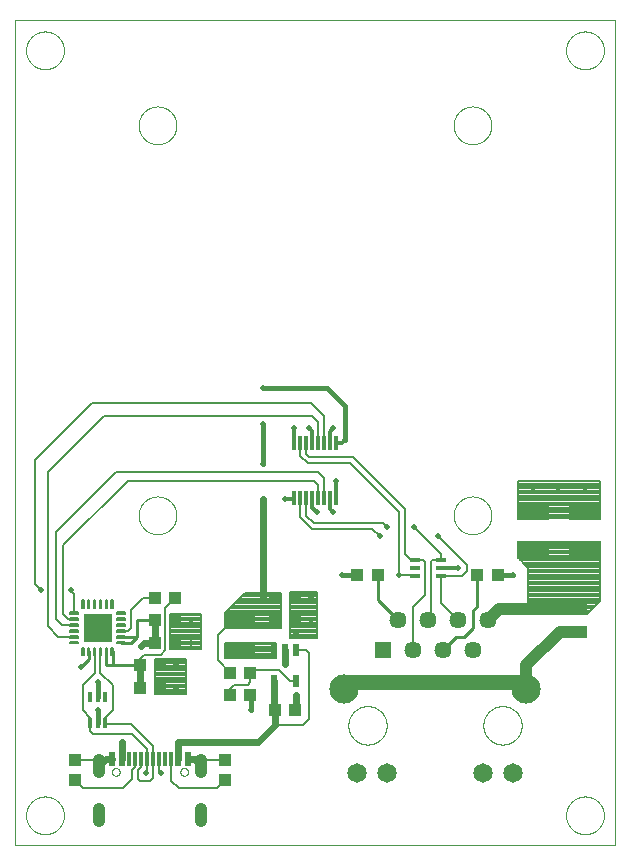
<source format=gtl>
G75*
%MOIN*%
%OFA0B0*%
%FSLAX25Y25*%
%IPPOS*%
%LPD*%
%AMOC8*
5,1,8,0,0,1.08239X$1,22.5*
%
%ADD10C,0.00000*%
%ADD11R,0.04331X0.03937*%
%ADD12R,0.11024X0.05906*%
%ADD13R,0.01181X0.04724*%
%ADD14C,0.03937*%
%ADD15C,0.04134*%
%ADD16R,0.02362X0.04528*%
%ADD17R,0.01181X0.04528*%
%ADD18C,0.09744*%
%ADD19R,0.05728X0.05728*%
%ADD20C,0.05728*%
%ADD21C,0.06496*%
%ADD22R,0.10039X0.05118*%
%ADD23R,0.03937X0.04331*%
%ADD24R,0.06299X0.04331*%
%ADD25C,0.00551*%
%ADD26R,0.09449X0.09449*%
%ADD27R,0.02165X0.03937*%
%ADD28R,0.01575X0.03740*%
%ADD29R,0.03740X0.01575*%
%ADD30C,0.01969*%
%ADD31C,0.02400*%
%ADD32C,0.00800*%
%ADD33C,0.01000*%
%ADD34C,0.01600*%
%ADD35C,0.01200*%
%ADD36C,0.05000*%
%ADD37C,0.04000*%
D10*
X0001400Y0013000D02*
X0001400Y0288000D01*
X0201400Y0288000D01*
X0201400Y0013000D01*
X0001400Y0013000D01*
X0005101Y0023000D02*
X0005103Y0023158D01*
X0005109Y0023316D01*
X0005119Y0023474D01*
X0005133Y0023632D01*
X0005151Y0023789D01*
X0005172Y0023946D01*
X0005198Y0024102D01*
X0005228Y0024258D01*
X0005261Y0024413D01*
X0005299Y0024566D01*
X0005340Y0024719D01*
X0005385Y0024871D01*
X0005434Y0025022D01*
X0005487Y0025171D01*
X0005543Y0025319D01*
X0005603Y0025465D01*
X0005667Y0025610D01*
X0005735Y0025753D01*
X0005806Y0025895D01*
X0005880Y0026035D01*
X0005958Y0026172D01*
X0006040Y0026308D01*
X0006124Y0026442D01*
X0006213Y0026573D01*
X0006304Y0026702D01*
X0006399Y0026829D01*
X0006496Y0026954D01*
X0006597Y0027076D01*
X0006701Y0027195D01*
X0006808Y0027312D01*
X0006918Y0027426D01*
X0007031Y0027537D01*
X0007146Y0027646D01*
X0007264Y0027751D01*
X0007385Y0027853D01*
X0007508Y0027953D01*
X0007634Y0028049D01*
X0007762Y0028142D01*
X0007892Y0028232D01*
X0008025Y0028318D01*
X0008160Y0028402D01*
X0008296Y0028481D01*
X0008435Y0028558D01*
X0008576Y0028630D01*
X0008718Y0028700D01*
X0008862Y0028765D01*
X0009008Y0028827D01*
X0009155Y0028885D01*
X0009304Y0028940D01*
X0009454Y0028991D01*
X0009605Y0029038D01*
X0009757Y0029081D01*
X0009910Y0029120D01*
X0010065Y0029156D01*
X0010220Y0029187D01*
X0010376Y0029215D01*
X0010532Y0029239D01*
X0010689Y0029259D01*
X0010847Y0029275D01*
X0011004Y0029287D01*
X0011163Y0029295D01*
X0011321Y0029299D01*
X0011479Y0029299D01*
X0011637Y0029295D01*
X0011796Y0029287D01*
X0011953Y0029275D01*
X0012111Y0029259D01*
X0012268Y0029239D01*
X0012424Y0029215D01*
X0012580Y0029187D01*
X0012735Y0029156D01*
X0012890Y0029120D01*
X0013043Y0029081D01*
X0013195Y0029038D01*
X0013346Y0028991D01*
X0013496Y0028940D01*
X0013645Y0028885D01*
X0013792Y0028827D01*
X0013938Y0028765D01*
X0014082Y0028700D01*
X0014224Y0028630D01*
X0014365Y0028558D01*
X0014504Y0028481D01*
X0014640Y0028402D01*
X0014775Y0028318D01*
X0014908Y0028232D01*
X0015038Y0028142D01*
X0015166Y0028049D01*
X0015292Y0027953D01*
X0015415Y0027853D01*
X0015536Y0027751D01*
X0015654Y0027646D01*
X0015769Y0027537D01*
X0015882Y0027426D01*
X0015992Y0027312D01*
X0016099Y0027195D01*
X0016203Y0027076D01*
X0016304Y0026954D01*
X0016401Y0026829D01*
X0016496Y0026702D01*
X0016587Y0026573D01*
X0016676Y0026442D01*
X0016760Y0026308D01*
X0016842Y0026172D01*
X0016920Y0026035D01*
X0016994Y0025895D01*
X0017065Y0025753D01*
X0017133Y0025610D01*
X0017197Y0025465D01*
X0017257Y0025319D01*
X0017313Y0025171D01*
X0017366Y0025022D01*
X0017415Y0024871D01*
X0017460Y0024719D01*
X0017501Y0024566D01*
X0017539Y0024413D01*
X0017572Y0024258D01*
X0017602Y0024102D01*
X0017628Y0023946D01*
X0017649Y0023789D01*
X0017667Y0023632D01*
X0017681Y0023474D01*
X0017691Y0023316D01*
X0017697Y0023158D01*
X0017699Y0023000D01*
X0017697Y0022842D01*
X0017691Y0022684D01*
X0017681Y0022526D01*
X0017667Y0022368D01*
X0017649Y0022211D01*
X0017628Y0022054D01*
X0017602Y0021898D01*
X0017572Y0021742D01*
X0017539Y0021587D01*
X0017501Y0021434D01*
X0017460Y0021281D01*
X0017415Y0021129D01*
X0017366Y0020978D01*
X0017313Y0020829D01*
X0017257Y0020681D01*
X0017197Y0020535D01*
X0017133Y0020390D01*
X0017065Y0020247D01*
X0016994Y0020105D01*
X0016920Y0019965D01*
X0016842Y0019828D01*
X0016760Y0019692D01*
X0016676Y0019558D01*
X0016587Y0019427D01*
X0016496Y0019298D01*
X0016401Y0019171D01*
X0016304Y0019046D01*
X0016203Y0018924D01*
X0016099Y0018805D01*
X0015992Y0018688D01*
X0015882Y0018574D01*
X0015769Y0018463D01*
X0015654Y0018354D01*
X0015536Y0018249D01*
X0015415Y0018147D01*
X0015292Y0018047D01*
X0015166Y0017951D01*
X0015038Y0017858D01*
X0014908Y0017768D01*
X0014775Y0017682D01*
X0014640Y0017598D01*
X0014504Y0017519D01*
X0014365Y0017442D01*
X0014224Y0017370D01*
X0014082Y0017300D01*
X0013938Y0017235D01*
X0013792Y0017173D01*
X0013645Y0017115D01*
X0013496Y0017060D01*
X0013346Y0017009D01*
X0013195Y0016962D01*
X0013043Y0016919D01*
X0012890Y0016880D01*
X0012735Y0016844D01*
X0012580Y0016813D01*
X0012424Y0016785D01*
X0012268Y0016761D01*
X0012111Y0016741D01*
X0011953Y0016725D01*
X0011796Y0016713D01*
X0011637Y0016705D01*
X0011479Y0016701D01*
X0011321Y0016701D01*
X0011163Y0016705D01*
X0011004Y0016713D01*
X0010847Y0016725D01*
X0010689Y0016741D01*
X0010532Y0016761D01*
X0010376Y0016785D01*
X0010220Y0016813D01*
X0010065Y0016844D01*
X0009910Y0016880D01*
X0009757Y0016919D01*
X0009605Y0016962D01*
X0009454Y0017009D01*
X0009304Y0017060D01*
X0009155Y0017115D01*
X0009008Y0017173D01*
X0008862Y0017235D01*
X0008718Y0017300D01*
X0008576Y0017370D01*
X0008435Y0017442D01*
X0008296Y0017519D01*
X0008160Y0017598D01*
X0008025Y0017682D01*
X0007892Y0017768D01*
X0007762Y0017858D01*
X0007634Y0017951D01*
X0007508Y0018047D01*
X0007385Y0018147D01*
X0007264Y0018249D01*
X0007146Y0018354D01*
X0007031Y0018463D01*
X0006918Y0018574D01*
X0006808Y0018688D01*
X0006701Y0018805D01*
X0006597Y0018924D01*
X0006496Y0019046D01*
X0006399Y0019171D01*
X0006304Y0019298D01*
X0006213Y0019427D01*
X0006124Y0019558D01*
X0006040Y0019692D01*
X0005958Y0019828D01*
X0005880Y0019965D01*
X0005806Y0020105D01*
X0005735Y0020247D01*
X0005667Y0020390D01*
X0005603Y0020535D01*
X0005543Y0020681D01*
X0005487Y0020829D01*
X0005434Y0020978D01*
X0005385Y0021129D01*
X0005340Y0021281D01*
X0005299Y0021434D01*
X0005261Y0021587D01*
X0005228Y0021742D01*
X0005198Y0021898D01*
X0005172Y0022054D01*
X0005151Y0022211D01*
X0005133Y0022368D01*
X0005119Y0022526D01*
X0005109Y0022684D01*
X0005103Y0022842D01*
X0005101Y0023000D01*
X0033742Y0037488D02*
X0033744Y0037559D01*
X0033750Y0037630D01*
X0033760Y0037701D01*
X0033774Y0037770D01*
X0033791Y0037839D01*
X0033813Y0037907D01*
X0033838Y0037974D01*
X0033867Y0038039D01*
X0033899Y0038102D01*
X0033935Y0038164D01*
X0033974Y0038223D01*
X0034017Y0038280D01*
X0034062Y0038335D01*
X0034111Y0038387D01*
X0034162Y0038436D01*
X0034216Y0038482D01*
X0034273Y0038526D01*
X0034331Y0038566D01*
X0034392Y0038602D01*
X0034455Y0038636D01*
X0034520Y0038665D01*
X0034586Y0038691D01*
X0034654Y0038714D01*
X0034722Y0038732D01*
X0034792Y0038747D01*
X0034862Y0038758D01*
X0034933Y0038765D01*
X0035004Y0038768D01*
X0035075Y0038767D01*
X0035146Y0038762D01*
X0035217Y0038753D01*
X0035287Y0038740D01*
X0035356Y0038724D01*
X0035424Y0038703D01*
X0035491Y0038679D01*
X0035557Y0038651D01*
X0035620Y0038619D01*
X0035682Y0038584D01*
X0035742Y0038546D01*
X0035800Y0038504D01*
X0035855Y0038460D01*
X0035908Y0038412D01*
X0035958Y0038361D01*
X0036005Y0038308D01*
X0036049Y0038252D01*
X0036090Y0038194D01*
X0036128Y0038133D01*
X0036162Y0038071D01*
X0036192Y0038006D01*
X0036219Y0037941D01*
X0036243Y0037873D01*
X0036262Y0037805D01*
X0036278Y0037736D01*
X0036290Y0037665D01*
X0036298Y0037595D01*
X0036302Y0037524D01*
X0036302Y0037452D01*
X0036298Y0037381D01*
X0036290Y0037311D01*
X0036278Y0037240D01*
X0036262Y0037171D01*
X0036243Y0037103D01*
X0036219Y0037035D01*
X0036192Y0036970D01*
X0036162Y0036905D01*
X0036128Y0036843D01*
X0036090Y0036782D01*
X0036049Y0036724D01*
X0036005Y0036668D01*
X0035958Y0036615D01*
X0035908Y0036564D01*
X0035855Y0036516D01*
X0035800Y0036472D01*
X0035742Y0036430D01*
X0035682Y0036392D01*
X0035620Y0036357D01*
X0035557Y0036325D01*
X0035491Y0036297D01*
X0035424Y0036273D01*
X0035356Y0036252D01*
X0035287Y0036236D01*
X0035217Y0036223D01*
X0035146Y0036214D01*
X0035075Y0036209D01*
X0035004Y0036208D01*
X0034933Y0036211D01*
X0034862Y0036218D01*
X0034792Y0036229D01*
X0034722Y0036244D01*
X0034654Y0036262D01*
X0034586Y0036285D01*
X0034520Y0036311D01*
X0034455Y0036340D01*
X0034392Y0036374D01*
X0034331Y0036410D01*
X0034273Y0036450D01*
X0034216Y0036494D01*
X0034162Y0036540D01*
X0034111Y0036589D01*
X0034062Y0036641D01*
X0034017Y0036696D01*
X0033974Y0036753D01*
X0033935Y0036812D01*
X0033899Y0036874D01*
X0033867Y0036937D01*
X0033838Y0037002D01*
X0033813Y0037069D01*
X0033791Y0037137D01*
X0033774Y0037206D01*
X0033760Y0037275D01*
X0033750Y0037346D01*
X0033744Y0037417D01*
X0033742Y0037488D01*
X0056498Y0037488D02*
X0056500Y0037559D01*
X0056506Y0037630D01*
X0056516Y0037701D01*
X0056530Y0037770D01*
X0056547Y0037839D01*
X0056569Y0037907D01*
X0056594Y0037974D01*
X0056623Y0038039D01*
X0056655Y0038102D01*
X0056691Y0038164D01*
X0056730Y0038223D01*
X0056773Y0038280D01*
X0056818Y0038335D01*
X0056867Y0038387D01*
X0056918Y0038436D01*
X0056972Y0038482D01*
X0057029Y0038526D01*
X0057087Y0038566D01*
X0057148Y0038602D01*
X0057211Y0038636D01*
X0057276Y0038665D01*
X0057342Y0038691D01*
X0057410Y0038714D01*
X0057478Y0038732D01*
X0057548Y0038747D01*
X0057618Y0038758D01*
X0057689Y0038765D01*
X0057760Y0038768D01*
X0057831Y0038767D01*
X0057902Y0038762D01*
X0057973Y0038753D01*
X0058043Y0038740D01*
X0058112Y0038724D01*
X0058180Y0038703D01*
X0058247Y0038679D01*
X0058313Y0038651D01*
X0058376Y0038619D01*
X0058438Y0038584D01*
X0058498Y0038546D01*
X0058556Y0038504D01*
X0058611Y0038460D01*
X0058664Y0038412D01*
X0058714Y0038361D01*
X0058761Y0038308D01*
X0058805Y0038252D01*
X0058846Y0038194D01*
X0058884Y0038133D01*
X0058918Y0038071D01*
X0058948Y0038006D01*
X0058975Y0037941D01*
X0058999Y0037873D01*
X0059018Y0037805D01*
X0059034Y0037736D01*
X0059046Y0037665D01*
X0059054Y0037595D01*
X0059058Y0037524D01*
X0059058Y0037452D01*
X0059054Y0037381D01*
X0059046Y0037311D01*
X0059034Y0037240D01*
X0059018Y0037171D01*
X0058999Y0037103D01*
X0058975Y0037035D01*
X0058948Y0036970D01*
X0058918Y0036905D01*
X0058884Y0036843D01*
X0058846Y0036782D01*
X0058805Y0036724D01*
X0058761Y0036668D01*
X0058714Y0036615D01*
X0058664Y0036564D01*
X0058611Y0036516D01*
X0058556Y0036472D01*
X0058498Y0036430D01*
X0058438Y0036392D01*
X0058376Y0036357D01*
X0058313Y0036325D01*
X0058247Y0036297D01*
X0058180Y0036273D01*
X0058112Y0036252D01*
X0058043Y0036236D01*
X0057973Y0036223D01*
X0057902Y0036214D01*
X0057831Y0036209D01*
X0057760Y0036208D01*
X0057689Y0036211D01*
X0057618Y0036218D01*
X0057548Y0036229D01*
X0057478Y0036244D01*
X0057410Y0036262D01*
X0057342Y0036285D01*
X0057276Y0036311D01*
X0057211Y0036340D01*
X0057148Y0036374D01*
X0057087Y0036410D01*
X0057029Y0036450D01*
X0056972Y0036494D01*
X0056918Y0036540D01*
X0056867Y0036589D01*
X0056818Y0036641D01*
X0056773Y0036696D01*
X0056730Y0036753D01*
X0056691Y0036812D01*
X0056655Y0036874D01*
X0056623Y0036937D01*
X0056594Y0037002D01*
X0056569Y0037069D01*
X0056547Y0037137D01*
X0056530Y0037206D01*
X0056516Y0037275D01*
X0056506Y0037346D01*
X0056500Y0037417D01*
X0056498Y0037488D01*
X0112502Y0053000D02*
X0112504Y0053160D01*
X0112510Y0053319D01*
X0112520Y0053478D01*
X0112534Y0053637D01*
X0112552Y0053796D01*
X0112573Y0053954D01*
X0112599Y0054111D01*
X0112629Y0054268D01*
X0112662Y0054424D01*
X0112700Y0054579D01*
X0112741Y0054733D01*
X0112786Y0054886D01*
X0112835Y0055038D01*
X0112888Y0055188D01*
X0112944Y0055337D01*
X0113004Y0055485D01*
X0113068Y0055631D01*
X0113136Y0055776D01*
X0113207Y0055919D01*
X0113281Y0056060D01*
X0113359Y0056199D01*
X0113441Y0056336D01*
X0113526Y0056471D01*
X0113614Y0056604D01*
X0113705Y0056735D01*
X0113800Y0056863D01*
X0113898Y0056989D01*
X0113999Y0057113D01*
X0114103Y0057233D01*
X0114210Y0057352D01*
X0114320Y0057467D01*
X0114433Y0057580D01*
X0114548Y0057690D01*
X0114667Y0057797D01*
X0114787Y0057901D01*
X0114911Y0058002D01*
X0115037Y0058100D01*
X0115165Y0058195D01*
X0115296Y0058286D01*
X0115429Y0058374D01*
X0115564Y0058459D01*
X0115701Y0058541D01*
X0115840Y0058619D01*
X0115981Y0058693D01*
X0116124Y0058764D01*
X0116269Y0058832D01*
X0116415Y0058896D01*
X0116563Y0058956D01*
X0116712Y0059012D01*
X0116862Y0059065D01*
X0117014Y0059114D01*
X0117167Y0059159D01*
X0117321Y0059200D01*
X0117476Y0059238D01*
X0117632Y0059271D01*
X0117789Y0059301D01*
X0117946Y0059327D01*
X0118104Y0059348D01*
X0118263Y0059366D01*
X0118422Y0059380D01*
X0118581Y0059390D01*
X0118740Y0059396D01*
X0118900Y0059398D01*
X0119060Y0059396D01*
X0119219Y0059390D01*
X0119378Y0059380D01*
X0119537Y0059366D01*
X0119696Y0059348D01*
X0119854Y0059327D01*
X0120011Y0059301D01*
X0120168Y0059271D01*
X0120324Y0059238D01*
X0120479Y0059200D01*
X0120633Y0059159D01*
X0120786Y0059114D01*
X0120938Y0059065D01*
X0121088Y0059012D01*
X0121237Y0058956D01*
X0121385Y0058896D01*
X0121531Y0058832D01*
X0121676Y0058764D01*
X0121819Y0058693D01*
X0121960Y0058619D01*
X0122099Y0058541D01*
X0122236Y0058459D01*
X0122371Y0058374D01*
X0122504Y0058286D01*
X0122635Y0058195D01*
X0122763Y0058100D01*
X0122889Y0058002D01*
X0123013Y0057901D01*
X0123133Y0057797D01*
X0123252Y0057690D01*
X0123367Y0057580D01*
X0123480Y0057467D01*
X0123590Y0057352D01*
X0123697Y0057233D01*
X0123801Y0057113D01*
X0123902Y0056989D01*
X0124000Y0056863D01*
X0124095Y0056735D01*
X0124186Y0056604D01*
X0124274Y0056471D01*
X0124359Y0056336D01*
X0124441Y0056199D01*
X0124519Y0056060D01*
X0124593Y0055919D01*
X0124664Y0055776D01*
X0124732Y0055631D01*
X0124796Y0055485D01*
X0124856Y0055337D01*
X0124912Y0055188D01*
X0124965Y0055038D01*
X0125014Y0054886D01*
X0125059Y0054733D01*
X0125100Y0054579D01*
X0125138Y0054424D01*
X0125171Y0054268D01*
X0125201Y0054111D01*
X0125227Y0053954D01*
X0125248Y0053796D01*
X0125266Y0053637D01*
X0125280Y0053478D01*
X0125290Y0053319D01*
X0125296Y0053160D01*
X0125298Y0053000D01*
X0125296Y0052840D01*
X0125290Y0052681D01*
X0125280Y0052522D01*
X0125266Y0052363D01*
X0125248Y0052204D01*
X0125227Y0052046D01*
X0125201Y0051889D01*
X0125171Y0051732D01*
X0125138Y0051576D01*
X0125100Y0051421D01*
X0125059Y0051267D01*
X0125014Y0051114D01*
X0124965Y0050962D01*
X0124912Y0050812D01*
X0124856Y0050663D01*
X0124796Y0050515D01*
X0124732Y0050369D01*
X0124664Y0050224D01*
X0124593Y0050081D01*
X0124519Y0049940D01*
X0124441Y0049801D01*
X0124359Y0049664D01*
X0124274Y0049529D01*
X0124186Y0049396D01*
X0124095Y0049265D01*
X0124000Y0049137D01*
X0123902Y0049011D01*
X0123801Y0048887D01*
X0123697Y0048767D01*
X0123590Y0048648D01*
X0123480Y0048533D01*
X0123367Y0048420D01*
X0123252Y0048310D01*
X0123133Y0048203D01*
X0123013Y0048099D01*
X0122889Y0047998D01*
X0122763Y0047900D01*
X0122635Y0047805D01*
X0122504Y0047714D01*
X0122371Y0047626D01*
X0122236Y0047541D01*
X0122099Y0047459D01*
X0121960Y0047381D01*
X0121819Y0047307D01*
X0121676Y0047236D01*
X0121531Y0047168D01*
X0121385Y0047104D01*
X0121237Y0047044D01*
X0121088Y0046988D01*
X0120938Y0046935D01*
X0120786Y0046886D01*
X0120633Y0046841D01*
X0120479Y0046800D01*
X0120324Y0046762D01*
X0120168Y0046729D01*
X0120011Y0046699D01*
X0119854Y0046673D01*
X0119696Y0046652D01*
X0119537Y0046634D01*
X0119378Y0046620D01*
X0119219Y0046610D01*
X0119060Y0046604D01*
X0118900Y0046602D01*
X0118740Y0046604D01*
X0118581Y0046610D01*
X0118422Y0046620D01*
X0118263Y0046634D01*
X0118104Y0046652D01*
X0117946Y0046673D01*
X0117789Y0046699D01*
X0117632Y0046729D01*
X0117476Y0046762D01*
X0117321Y0046800D01*
X0117167Y0046841D01*
X0117014Y0046886D01*
X0116862Y0046935D01*
X0116712Y0046988D01*
X0116563Y0047044D01*
X0116415Y0047104D01*
X0116269Y0047168D01*
X0116124Y0047236D01*
X0115981Y0047307D01*
X0115840Y0047381D01*
X0115701Y0047459D01*
X0115564Y0047541D01*
X0115429Y0047626D01*
X0115296Y0047714D01*
X0115165Y0047805D01*
X0115037Y0047900D01*
X0114911Y0047998D01*
X0114787Y0048099D01*
X0114667Y0048203D01*
X0114548Y0048310D01*
X0114433Y0048420D01*
X0114320Y0048533D01*
X0114210Y0048648D01*
X0114103Y0048767D01*
X0113999Y0048887D01*
X0113898Y0049011D01*
X0113800Y0049137D01*
X0113705Y0049265D01*
X0113614Y0049396D01*
X0113526Y0049529D01*
X0113441Y0049664D01*
X0113359Y0049801D01*
X0113281Y0049940D01*
X0113207Y0050081D01*
X0113136Y0050224D01*
X0113068Y0050369D01*
X0113004Y0050515D01*
X0112944Y0050663D01*
X0112888Y0050812D01*
X0112835Y0050962D01*
X0112786Y0051114D01*
X0112741Y0051267D01*
X0112700Y0051421D01*
X0112662Y0051576D01*
X0112629Y0051732D01*
X0112599Y0051889D01*
X0112573Y0052046D01*
X0112552Y0052204D01*
X0112534Y0052363D01*
X0112520Y0052522D01*
X0112510Y0052681D01*
X0112504Y0052840D01*
X0112502Y0053000D01*
X0147601Y0123000D02*
X0147603Y0123158D01*
X0147609Y0123316D01*
X0147619Y0123474D01*
X0147633Y0123632D01*
X0147651Y0123789D01*
X0147672Y0123946D01*
X0147698Y0124102D01*
X0147728Y0124258D01*
X0147761Y0124413D01*
X0147799Y0124566D01*
X0147840Y0124719D01*
X0147885Y0124871D01*
X0147934Y0125022D01*
X0147987Y0125171D01*
X0148043Y0125319D01*
X0148103Y0125465D01*
X0148167Y0125610D01*
X0148235Y0125753D01*
X0148306Y0125895D01*
X0148380Y0126035D01*
X0148458Y0126172D01*
X0148540Y0126308D01*
X0148624Y0126442D01*
X0148713Y0126573D01*
X0148804Y0126702D01*
X0148899Y0126829D01*
X0148996Y0126954D01*
X0149097Y0127076D01*
X0149201Y0127195D01*
X0149308Y0127312D01*
X0149418Y0127426D01*
X0149531Y0127537D01*
X0149646Y0127646D01*
X0149764Y0127751D01*
X0149885Y0127853D01*
X0150008Y0127953D01*
X0150134Y0128049D01*
X0150262Y0128142D01*
X0150392Y0128232D01*
X0150525Y0128318D01*
X0150660Y0128402D01*
X0150796Y0128481D01*
X0150935Y0128558D01*
X0151076Y0128630D01*
X0151218Y0128700D01*
X0151362Y0128765D01*
X0151508Y0128827D01*
X0151655Y0128885D01*
X0151804Y0128940D01*
X0151954Y0128991D01*
X0152105Y0129038D01*
X0152257Y0129081D01*
X0152410Y0129120D01*
X0152565Y0129156D01*
X0152720Y0129187D01*
X0152876Y0129215D01*
X0153032Y0129239D01*
X0153189Y0129259D01*
X0153347Y0129275D01*
X0153504Y0129287D01*
X0153663Y0129295D01*
X0153821Y0129299D01*
X0153979Y0129299D01*
X0154137Y0129295D01*
X0154296Y0129287D01*
X0154453Y0129275D01*
X0154611Y0129259D01*
X0154768Y0129239D01*
X0154924Y0129215D01*
X0155080Y0129187D01*
X0155235Y0129156D01*
X0155390Y0129120D01*
X0155543Y0129081D01*
X0155695Y0129038D01*
X0155846Y0128991D01*
X0155996Y0128940D01*
X0156145Y0128885D01*
X0156292Y0128827D01*
X0156438Y0128765D01*
X0156582Y0128700D01*
X0156724Y0128630D01*
X0156865Y0128558D01*
X0157004Y0128481D01*
X0157140Y0128402D01*
X0157275Y0128318D01*
X0157408Y0128232D01*
X0157538Y0128142D01*
X0157666Y0128049D01*
X0157792Y0127953D01*
X0157915Y0127853D01*
X0158036Y0127751D01*
X0158154Y0127646D01*
X0158269Y0127537D01*
X0158382Y0127426D01*
X0158492Y0127312D01*
X0158599Y0127195D01*
X0158703Y0127076D01*
X0158804Y0126954D01*
X0158901Y0126829D01*
X0158996Y0126702D01*
X0159087Y0126573D01*
X0159176Y0126442D01*
X0159260Y0126308D01*
X0159342Y0126172D01*
X0159420Y0126035D01*
X0159494Y0125895D01*
X0159565Y0125753D01*
X0159633Y0125610D01*
X0159697Y0125465D01*
X0159757Y0125319D01*
X0159813Y0125171D01*
X0159866Y0125022D01*
X0159915Y0124871D01*
X0159960Y0124719D01*
X0160001Y0124566D01*
X0160039Y0124413D01*
X0160072Y0124258D01*
X0160102Y0124102D01*
X0160128Y0123946D01*
X0160149Y0123789D01*
X0160167Y0123632D01*
X0160181Y0123474D01*
X0160191Y0123316D01*
X0160197Y0123158D01*
X0160199Y0123000D01*
X0160197Y0122842D01*
X0160191Y0122684D01*
X0160181Y0122526D01*
X0160167Y0122368D01*
X0160149Y0122211D01*
X0160128Y0122054D01*
X0160102Y0121898D01*
X0160072Y0121742D01*
X0160039Y0121587D01*
X0160001Y0121434D01*
X0159960Y0121281D01*
X0159915Y0121129D01*
X0159866Y0120978D01*
X0159813Y0120829D01*
X0159757Y0120681D01*
X0159697Y0120535D01*
X0159633Y0120390D01*
X0159565Y0120247D01*
X0159494Y0120105D01*
X0159420Y0119965D01*
X0159342Y0119828D01*
X0159260Y0119692D01*
X0159176Y0119558D01*
X0159087Y0119427D01*
X0158996Y0119298D01*
X0158901Y0119171D01*
X0158804Y0119046D01*
X0158703Y0118924D01*
X0158599Y0118805D01*
X0158492Y0118688D01*
X0158382Y0118574D01*
X0158269Y0118463D01*
X0158154Y0118354D01*
X0158036Y0118249D01*
X0157915Y0118147D01*
X0157792Y0118047D01*
X0157666Y0117951D01*
X0157538Y0117858D01*
X0157408Y0117768D01*
X0157275Y0117682D01*
X0157140Y0117598D01*
X0157004Y0117519D01*
X0156865Y0117442D01*
X0156724Y0117370D01*
X0156582Y0117300D01*
X0156438Y0117235D01*
X0156292Y0117173D01*
X0156145Y0117115D01*
X0155996Y0117060D01*
X0155846Y0117009D01*
X0155695Y0116962D01*
X0155543Y0116919D01*
X0155390Y0116880D01*
X0155235Y0116844D01*
X0155080Y0116813D01*
X0154924Y0116785D01*
X0154768Y0116761D01*
X0154611Y0116741D01*
X0154453Y0116725D01*
X0154296Y0116713D01*
X0154137Y0116705D01*
X0153979Y0116701D01*
X0153821Y0116701D01*
X0153663Y0116705D01*
X0153504Y0116713D01*
X0153347Y0116725D01*
X0153189Y0116741D01*
X0153032Y0116761D01*
X0152876Y0116785D01*
X0152720Y0116813D01*
X0152565Y0116844D01*
X0152410Y0116880D01*
X0152257Y0116919D01*
X0152105Y0116962D01*
X0151954Y0117009D01*
X0151804Y0117060D01*
X0151655Y0117115D01*
X0151508Y0117173D01*
X0151362Y0117235D01*
X0151218Y0117300D01*
X0151076Y0117370D01*
X0150935Y0117442D01*
X0150796Y0117519D01*
X0150660Y0117598D01*
X0150525Y0117682D01*
X0150392Y0117768D01*
X0150262Y0117858D01*
X0150134Y0117951D01*
X0150008Y0118047D01*
X0149885Y0118147D01*
X0149764Y0118249D01*
X0149646Y0118354D01*
X0149531Y0118463D01*
X0149418Y0118574D01*
X0149308Y0118688D01*
X0149201Y0118805D01*
X0149097Y0118924D01*
X0148996Y0119046D01*
X0148899Y0119171D01*
X0148804Y0119298D01*
X0148713Y0119427D01*
X0148624Y0119558D01*
X0148540Y0119692D01*
X0148458Y0119828D01*
X0148380Y0119965D01*
X0148306Y0120105D01*
X0148235Y0120247D01*
X0148167Y0120390D01*
X0148103Y0120535D01*
X0148043Y0120681D01*
X0147987Y0120829D01*
X0147934Y0120978D01*
X0147885Y0121129D01*
X0147840Y0121281D01*
X0147799Y0121434D01*
X0147761Y0121587D01*
X0147728Y0121742D01*
X0147698Y0121898D01*
X0147672Y0122054D01*
X0147651Y0122211D01*
X0147633Y0122368D01*
X0147619Y0122526D01*
X0147609Y0122684D01*
X0147603Y0122842D01*
X0147601Y0123000D01*
X0157502Y0053000D02*
X0157504Y0053160D01*
X0157510Y0053319D01*
X0157520Y0053478D01*
X0157534Y0053637D01*
X0157552Y0053796D01*
X0157573Y0053954D01*
X0157599Y0054111D01*
X0157629Y0054268D01*
X0157662Y0054424D01*
X0157700Y0054579D01*
X0157741Y0054733D01*
X0157786Y0054886D01*
X0157835Y0055038D01*
X0157888Y0055188D01*
X0157944Y0055337D01*
X0158004Y0055485D01*
X0158068Y0055631D01*
X0158136Y0055776D01*
X0158207Y0055919D01*
X0158281Y0056060D01*
X0158359Y0056199D01*
X0158441Y0056336D01*
X0158526Y0056471D01*
X0158614Y0056604D01*
X0158705Y0056735D01*
X0158800Y0056863D01*
X0158898Y0056989D01*
X0158999Y0057113D01*
X0159103Y0057233D01*
X0159210Y0057352D01*
X0159320Y0057467D01*
X0159433Y0057580D01*
X0159548Y0057690D01*
X0159667Y0057797D01*
X0159787Y0057901D01*
X0159911Y0058002D01*
X0160037Y0058100D01*
X0160165Y0058195D01*
X0160296Y0058286D01*
X0160429Y0058374D01*
X0160564Y0058459D01*
X0160701Y0058541D01*
X0160840Y0058619D01*
X0160981Y0058693D01*
X0161124Y0058764D01*
X0161269Y0058832D01*
X0161415Y0058896D01*
X0161563Y0058956D01*
X0161712Y0059012D01*
X0161862Y0059065D01*
X0162014Y0059114D01*
X0162167Y0059159D01*
X0162321Y0059200D01*
X0162476Y0059238D01*
X0162632Y0059271D01*
X0162789Y0059301D01*
X0162946Y0059327D01*
X0163104Y0059348D01*
X0163263Y0059366D01*
X0163422Y0059380D01*
X0163581Y0059390D01*
X0163740Y0059396D01*
X0163900Y0059398D01*
X0164060Y0059396D01*
X0164219Y0059390D01*
X0164378Y0059380D01*
X0164537Y0059366D01*
X0164696Y0059348D01*
X0164854Y0059327D01*
X0165011Y0059301D01*
X0165168Y0059271D01*
X0165324Y0059238D01*
X0165479Y0059200D01*
X0165633Y0059159D01*
X0165786Y0059114D01*
X0165938Y0059065D01*
X0166088Y0059012D01*
X0166237Y0058956D01*
X0166385Y0058896D01*
X0166531Y0058832D01*
X0166676Y0058764D01*
X0166819Y0058693D01*
X0166960Y0058619D01*
X0167099Y0058541D01*
X0167236Y0058459D01*
X0167371Y0058374D01*
X0167504Y0058286D01*
X0167635Y0058195D01*
X0167763Y0058100D01*
X0167889Y0058002D01*
X0168013Y0057901D01*
X0168133Y0057797D01*
X0168252Y0057690D01*
X0168367Y0057580D01*
X0168480Y0057467D01*
X0168590Y0057352D01*
X0168697Y0057233D01*
X0168801Y0057113D01*
X0168902Y0056989D01*
X0169000Y0056863D01*
X0169095Y0056735D01*
X0169186Y0056604D01*
X0169274Y0056471D01*
X0169359Y0056336D01*
X0169441Y0056199D01*
X0169519Y0056060D01*
X0169593Y0055919D01*
X0169664Y0055776D01*
X0169732Y0055631D01*
X0169796Y0055485D01*
X0169856Y0055337D01*
X0169912Y0055188D01*
X0169965Y0055038D01*
X0170014Y0054886D01*
X0170059Y0054733D01*
X0170100Y0054579D01*
X0170138Y0054424D01*
X0170171Y0054268D01*
X0170201Y0054111D01*
X0170227Y0053954D01*
X0170248Y0053796D01*
X0170266Y0053637D01*
X0170280Y0053478D01*
X0170290Y0053319D01*
X0170296Y0053160D01*
X0170298Y0053000D01*
X0170296Y0052840D01*
X0170290Y0052681D01*
X0170280Y0052522D01*
X0170266Y0052363D01*
X0170248Y0052204D01*
X0170227Y0052046D01*
X0170201Y0051889D01*
X0170171Y0051732D01*
X0170138Y0051576D01*
X0170100Y0051421D01*
X0170059Y0051267D01*
X0170014Y0051114D01*
X0169965Y0050962D01*
X0169912Y0050812D01*
X0169856Y0050663D01*
X0169796Y0050515D01*
X0169732Y0050369D01*
X0169664Y0050224D01*
X0169593Y0050081D01*
X0169519Y0049940D01*
X0169441Y0049801D01*
X0169359Y0049664D01*
X0169274Y0049529D01*
X0169186Y0049396D01*
X0169095Y0049265D01*
X0169000Y0049137D01*
X0168902Y0049011D01*
X0168801Y0048887D01*
X0168697Y0048767D01*
X0168590Y0048648D01*
X0168480Y0048533D01*
X0168367Y0048420D01*
X0168252Y0048310D01*
X0168133Y0048203D01*
X0168013Y0048099D01*
X0167889Y0047998D01*
X0167763Y0047900D01*
X0167635Y0047805D01*
X0167504Y0047714D01*
X0167371Y0047626D01*
X0167236Y0047541D01*
X0167099Y0047459D01*
X0166960Y0047381D01*
X0166819Y0047307D01*
X0166676Y0047236D01*
X0166531Y0047168D01*
X0166385Y0047104D01*
X0166237Y0047044D01*
X0166088Y0046988D01*
X0165938Y0046935D01*
X0165786Y0046886D01*
X0165633Y0046841D01*
X0165479Y0046800D01*
X0165324Y0046762D01*
X0165168Y0046729D01*
X0165011Y0046699D01*
X0164854Y0046673D01*
X0164696Y0046652D01*
X0164537Y0046634D01*
X0164378Y0046620D01*
X0164219Y0046610D01*
X0164060Y0046604D01*
X0163900Y0046602D01*
X0163740Y0046604D01*
X0163581Y0046610D01*
X0163422Y0046620D01*
X0163263Y0046634D01*
X0163104Y0046652D01*
X0162946Y0046673D01*
X0162789Y0046699D01*
X0162632Y0046729D01*
X0162476Y0046762D01*
X0162321Y0046800D01*
X0162167Y0046841D01*
X0162014Y0046886D01*
X0161862Y0046935D01*
X0161712Y0046988D01*
X0161563Y0047044D01*
X0161415Y0047104D01*
X0161269Y0047168D01*
X0161124Y0047236D01*
X0160981Y0047307D01*
X0160840Y0047381D01*
X0160701Y0047459D01*
X0160564Y0047541D01*
X0160429Y0047626D01*
X0160296Y0047714D01*
X0160165Y0047805D01*
X0160037Y0047900D01*
X0159911Y0047998D01*
X0159787Y0048099D01*
X0159667Y0048203D01*
X0159548Y0048310D01*
X0159433Y0048420D01*
X0159320Y0048533D01*
X0159210Y0048648D01*
X0159103Y0048767D01*
X0158999Y0048887D01*
X0158898Y0049011D01*
X0158800Y0049137D01*
X0158705Y0049265D01*
X0158614Y0049396D01*
X0158526Y0049529D01*
X0158441Y0049664D01*
X0158359Y0049801D01*
X0158281Y0049940D01*
X0158207Y0050081D01*
X0158136Y0050224D01*
X0158068Y0050369D01*
X0158004Y0050515D01*
X0157944Y0050663D01*
X0157888Y0050812D01*
X0157835Y0050962D01*
X0157786Y0051114D01*
X0157741Y0051267D01*
X0157700Y0051421D01*
X0157662Y0051576D01*
X0157629Y0051732D01*
X0157599Y0051889D01*
X0157573Y0052046D01*
X0157552Y0052204D01*
X0157534Y0052363D01*
X0157520Y0052522D01*
X0157510Y0052681D01*
X0157504Y0052840D01*
X0157502Y0053000D01*
X0185101Y0023000D02*
X0185103Y0023158D01*
X0185109Y0023316D01*
X0185119Y0023474D01*
X0185133Y0023632D01*
X0185151Y0023789D01*
X0185172Y0023946D01*
X0185198Y0024102D01*
X0185228Y0024258D01*
X0185261Y0024413D01*
X0185299Y0024566D01*
X0185340Y0024719D01*
X0185385Y0024871D01*
X0185434Y0025022D01*
X0185487Y0025171D01*
X0185543Y0025319D01*
X0185603Y0025465D01*
X0185667Y0025610D01*
X0185735Y0025753D01*
X0185806Y0025895D01*
X0185880Y0026035D01*
X0185958Y0026172D01*
X0186040Y0026308D01*
X0186124Y0026442D01*
X0186213Y0026573D01*
X0186304Y0026702D01*
X0186399Y0026829D01*
X0186496Y0026954D01*
X0186597Y0027076D01*
X0186701Y0027195D01*
X0186808Y0027312D01*
X0186918Y0027426D01*
X0187031Y0027537D01*
X0187146Y0027646D01*
X0187264Y0027751D01*
X0187385Y0027853D01*
X0187508Y0027953D01*
X0187634Y0028049D01*
X0187762Y0028142D01*
X0187892Y0028232D01*
X0188025Y0028318D01*
X0188160Y0028402D01*
X0188296Y0028481D01*
X0188435Y0028558D01*
X0188576Y0028630D01*
X0188718Y0028700D01*
X0188862Y0028765D01*
X0189008Y0028827D01*
X0189155Y0028885D01*
X0189304Y0028940D01*
X0189454Y0028991D01*
X0189605Y0029038D01*
X0189757Y0029081D01*
X0189910Y0029120D01*
X0190065Y0029156D01*
X0190220Y0029187D01*
X0190376Y0029215D01*
X0190532Y0029239D01*
X0190689Y0029259D01*
X0190847Y0029275D01*
X0191004Y0029287D01*
X0191163Y0029295D01*
X0191321Y0029299D01*
X0191479Y0029299D01*
X0191637Y0029295D01*
X0191796Y0029287D01*
X0191953Y0029275D01*
X0192111Y0029259D01*
X0192268Y0029239D01*
X0192424Y0029215D01*
X0192580Y0029187D01*
X0192735Y0029156D01*
X0192890Y0029120D01*
X0193043Y0029081D01*
X0193195Y0029038D01*
X0193346Y0028991D01*
X0193496Y0028940D01*
X0193645Y0028885D01*
X0193792Y0028827D01*
X0193938Y0028765D01*
X0194082Y0028700D01*
X0194224Y0028630D01*
X0194365Y0028558D01*
X0194504Y0028481D01*
X0194640Y0028402D01*
X0194775Y0028318D01*
X0194908Y0028232D01*
X0195038Y0028142D01*
X0195166Y0028049D01*
X0195292Y0027953D01*
X0195415Y0027853D01*
X0195536Y0027751D01*
X0195654Y0027646D01*
X0195769Y0027537D01*
X0195882Y0027426D01*
X0195992Y0027312D01*
X0196099Y0027195D01*
X0196203Y0027076D01*
X0196304Y0026954D01*
X0196401Y0026829D01*
X0196496Y0026702D01*
X0196587Y0026573D01*
X0196676Y0026442D01*
X0196760Y0026308D01*
X0196842Y0026172D01*
X0196920Y0026035D01*
X0196994Y0025895D01*
X0197065Y0025753D01*
X0197133Y0025610D01*
X0197197Y0025465D01*
X0197257Y0025319D01*
X0197313Y0025171D01*
X0197366Y0025022D01*
X0197415Y0024871D01*
X0197460Y0024719D01*
X0197501Y0024566D01*
X0197539Y0024413D01*
X0197572Y0024258D01*
X0197602Y0024102D01*
X0197628Y0023946D01*
X0197649Y0023789D01*
X0197667Y0023632D01*
X0197681Y0023474D01*
X0197691Y0023316D01*
X0197697Y0023158D01*
X0197699Y0023000D01*
X0197697Y0022842D01*
X0197691Y0022684D01*
X0197681Y0022526D01*
X0197667Y0022368D01*
X0197649Y0022211D01*
X0197628Y0022054D01*
X0197602Y0021898D01*
X0197572Y0021742D01*
X0197539Y0021587D01*
X0197501Y0021434D01*
X0197460Y0021281D01*
X0197415Y0021129D01*
X0197366Y0020978D01*
X0197313Y0020829D01*
X0197257Y0020681D01*
X0197197Y0020535D01*
X0197133Y0020390D01*
X0197065Y0020247D01*
X0196994Y0020105D01*
X0196920Y0019965D01*
X0196842Y0019828D01*
X0196760Y0019692D01*
X0196676Y0019558D01*
X0196587Y0019427D01*
X0196496Y0019298D01*
X0196401Y0019171D01*
X0196304Y0019046D01*
X0196203Y0018924D01*
X0196099Y0018805D01*
X0195992Y0018688D01*
X0195882Y0018574D01*
X0195769Y0018463D01*
X0195654Y0018354D01*
X0195536Y0018249D01*
X0195415Y0018147D01*
X0195292Y0018047D01*
X0195166Y0017951D01*
X0195038Y0017858D01*
X0194908Y0017768D01*
X0194775Y0017682D01*
X0194640Y0017598D01*
X0194504Y0017519D01*
X0194365Y0017442D01*
X0194224Y0017370D01*
X0194082Y0017300D01*
X0193938Y0017235D01*
X0193792Y0017173D01*
X0193645Y0017115D01*
X0193496Y0017060D01*
X0193346Y0017009D01*
X0193195Y0016962D01*
X0193043Y0016919D01*
X0192890Y0016880D01*
X0192735Y0016844D01*
X0192580Y0016813D01*
X0192424Y0016785D01*
X0192268Y0016761D01*
X0192111Y0016741D01*
X0191953Y0016725D01*
X0191796Y0016713D01*
X0191637Y0016705D01*
X0191479Y0016701D01*
X0191321Y0016701D01*
X0191163Y0016705D01*
X0191004Y0016713D01*
X0190847Y0016725D01*
X0190689Y0016741D01*
X0190532Y0016761D01*
X0190376Y0016785D01*
X0190220Y0016813D01*
X0190065Y0016844D01*
X0189910Y0016880D01*
X0189757Y0016919D01*
X0189605Y0016962D01*
X0189454Y0017009D01*
X0189304Y0017060D01*
X0189155Y0017115D01*
X0189008Y0017173D01*
X0188862Y0017235D01*
X0188718Y0017300D01*
X0188576Y0017370D01*
X0188435Y0017442D01*
X0188296Y0017519D01*
X0188160Y0017598D01*
X0188025Y0017682D01*
X0187892Y0017768D01*
X0187762Y0017858D01*
X0187634Y0017951D01*
X0187508Y0018047D01*
X0187385Y0018147D01*
X0187264Y0018249D01*
X0187146Y0018354D01*
X0187031Y0018463D01*
X0186918Y0018574D01*
X0186808Y0018688D01*
X0186701Y0018805D01*
X0186597Y0018924D01*
X0186496Y0019046D01*
X0186399Y0019171D01*
X0186304Y0019298D01*
X0186213Y0019427D01*
X0186124Y0019558D01*
X0186040Y0019692D01*
X0185958Y0019828D01*
X0185880Y0019965D01*
X0185806Y0020105D01*
X0185735Y0020247D01*
X0185667Y0020390D01*
X0185603Y0020535D01*
X0185543Y0020681D01*
X0185487Y0020829D01*
X0185434Y0020978D01*
X0185385Y0021129D01*
X0185340Y0021281D01*
X0185299Y0021434D01*
X0185261Y0021587D01*
X0185228Y0021742D01*
X0185198Y0021898D01*
X0185172Y0022054D01*
X0185151Y0022211D01*
X0185133Y0022368D01*
X0185119Y0022526D01*
X0185109Y0022684D01*
X0185103Y0022842D01*
X0185101Y0023000D01*
X0042601Y0123000D02*
X0042603Y0123158D01*
X0042609Y0123316D01*
X0042619Y0123474D01*
X0042633Y0123632D01*
X0042651Y0123789D01*
X0042672Y0123946D01*
X0042698Y0124102D01*
X0042728Y0124258D01*
X0042761Y0124413D01*
X0042799Y0124566D01*
X0042840Y0124719D01*
X0042885Y0124871D01*
X0042934Y0125022D01*
X0042987Y0125171D01*
X0043043Y0125319D01*
X0043103Y0125465D01*
X0043167Y0125610D01*
X0043235Y0125753D01*
X0043306Y0125895D01*
X0043380Y0126035D01*
X0043458Y0126172D01*
X0043540Y0126308D01*
X0043624Y0126442D01*
X0043713Y0126573D01*
X0043804Y0126702D01*
X0043899Y0126829D01*
X0043996Y0126954D01*
X0044097Y0127076D01*
X0044201Y0127195D01*
X0044308Y0127312D01*
X0044418Y0127426D01*
X0044531Y0127537D01*
X0044646Y0127646D01*
X0044764Y0127751D01*
X0044885Y0127853D01*
X0045008Y0127953D01*
X0045134Y0128049D01*
X0045262Y0128142D01*
X0045392Y0128232D01*
X0045525Y0128318D01*
X0045660Y0128402D01*
X0045796Y0128481D01*
X0045935Y0128558D01*
X0046076Y0128630D01*
X0046218Y0128700D01*
X0046362Y0128765D01*
X0046508Y0128827D01*
X0046655Y0128885D01*
X0046804Y0128940D01*
X0046954Y0128991D01*
X0047105Y0129038D01*
X0047257Y0129081D01*
X0047410Y0129120D01*
X0047565Y0129156D01*
X0047720Y0129187D01*
X0047876Y0129215D01*
X0048032Y0129239D01*
X0048189Y0129259D01*
X0048347Y0129275D01*
X0048504Y0129287D01*
X0048663Y0129295D01*
X0048821Y0129299D01*
X0048979Y0129299D01*
X0049137Y0129295D01*
X0049296Y0129287D01*
X0049453Y0129275D01*
X0049611Y0129259D01*
X0049768Y0129239D01*
X0049924Y0129215D01*
X0050080Y0129187D01*
X0050235Y0129156D01*
X0050390Y0129120D01*
X0050543Y0129081D01*
X0050695Y0129038D01*
X0050846Y0128991D01*
X0050996Y0128940D01*
X0051145Y0128885D01*
X0051292Y0128827D01*
X0051438Y0128765D01*
X0051582Y0128700D01*
X0051724Y0128630D01*
X0051865Y0128558D01*
X0052004Y0128481D01*
X0052140Y0128402D01*
X0052275Y0128318D01*
X0052408Y0128232D01*
X0052538Y0128142D01*
X0052666Y0128049D01*
X0052792Y0127953D01*
X0052915Y0127853D01*
X0053036Y0127751D01*
X0053154Y0127646D01*
X0053269Y0127537D01*
X0053382Y0127426D01*
X0053492Y0127312D01*
X0053599Y0127195D01*
X0053703Y0127076D01*
X0053804Y0126954D01*
X0053901Y0126829D01*
X0053996Y0126702D01*
X0054087Y0126573D01*
X0054176Y0126442D01*
X0054260Y0126308D01*
X0054342Y0126172D01*
X0054420Y0126035D01*
X0054494Y0125895D01*
X0054565Y0125753D01*
X0054633Y0125610D01*
X0054697Y0125465D01*
X0054757Y0125319D01*
X0054813Y0125171D01*
X0054866Y0125022D01*
X0054915Y0124871D01*
X0054960Y0124719D01*
X0055001Y0124566D01*
X0055039Y0124413D01*
X0055072Y0124258D01*
X0055102Y0124102D01*
X0055128Y0123946D01*
X0055149Y0123789D01*
X0055167Y0123632D01*
X0055181Y0123474D01*
X0055191Y0123316D01*
X0055197Y0123158D01*
X0055199Y0123000D01*
X0055197Y0122842D01*
X0055191Y0122684D01*
X0055181Y0122526D01*
X0055167Y0122368D01*
X0055149Y0122211D01*
X0055128Y0122054D01*
X0055102Y0121898D01*
X0055072Y0121742D01*
X0055039Y0121587D01*
X0055001Y0121434D01*
X0054960Y0121281D01*
X0054915Y0121129D01*
X0054866Y0120978D01*
X0054813Y0120829D01*
X0054757Y0120681D01*
X0054697Y0120535D01*
X0054633Y0120390D01*
X0054565Y0120247D01*
X0054494Y0120105D01*
X0054420Y0119965D01*
X0054342Y0119828D01*
X0054260Y0119692D01*
X0054176Y0119558D01*
X0054087Y0119427D01*
X0053996Y0119298D01*
X0053901Y0119171D01*
X0053804Y0119046D01*
X0053703Y0118924D01*
X0053599Y0118805D01*
X0053492Y0118688D01*
X0053382Y0118574D01*
X0053269Y0118463D01*
X0053154Y0118354D01*
X0053036Y0118249D01*
X0052915Y0118147D01*
X0052792Y0118047D01*
X0052666Y0117951D01*
X0052538Y0117858D01*
X0052408Y0117768D01*
X0052275Y0117682D01*
X0052140Y0117598D01*
X0052004Y0117519D01*
X0051865Y0117442D01*
X0051724Y0117370D01*
X0051582Y0117300D01*
X0051438Y0117235D01*
X0051292Y0117173D01*
X0051145Y0117115D01*
X0050996Y0117060D01*
X0050846Y0117009D01*
X0050695Y0116962D01*
X0050543Y0116919D01*
X0050390Y0116880D01*
X0050235Y0116844D01*
X0050080Y0116813D01*
X0049924Y0116785D01*
X0049768Y0116761D01*
X0049611Y0116741D01*
X0049453Y0116725D01*
X0049296Y0116713D01*
X0049137Y0116705D01*
X0048979Y0116701D01*
X0048821Y0116701D01*
X0048663Y0116705D01*
X0048504Y0116713D01*
X0048347Y0116725D01*
X0048189Y0116741D01*
X0048032Y0116761D01*
X0047876Y0116785D01*
X0047720Y0116813D01*
X0047565Y0116844D01*
X0047410Y0116880D01*
X0047257Y0116919D01*
X0047105Y0116962D01*
X0046954Y0117009D01*
X0046804Y0117060D01*
X0046655Y0117115D01*
X0046508Y0117173D01*
X0046362Y0117235D01*
X0046218Y0117300D01*
X0046076Y0117370D01*
X0045935Y0117442D01*
X0045796Y0117519D01*
X0045660Y0117598D01*
X0045525Y0117682D01*
X0045392Y0117768D01*
X0045262Y0117858D01*
X0045134Y0117951D01*
X0045008Y0118047D01*
X0044885Y0118147D01*
X0044764Y0118249D01*
X0044646Y0118354D01*
X0044531Y0118463D01*
X0044418Y0118574D01*
X0044308Y0118688D01*
X0044201Y0118805D01*
X0044097Y0118924D01*
X0043996Y0119046D01*
X0043899Y0119171D01*
X0043804Y0119298D01*
X0043713Y0119427D01*
X0043624Y0119558D01*
X0043540Y0119692D01*
X0043458Y0119828D01*
X0043380Y0119965D01*
X0043306Y0120105D01*
X0043235Y0120247D01*
X0043167Y0120390D01*
X0043103Y0120535D01*
X0043043Y0120681D01*
X0042987Y0120829D01*
X0042934Y0120978D01*
X0042885Y0121129D01*
X0042840Y0121281D01*
X0042799Y0121434D01*
X0042761Y0121587D01*
X0042728Y0121742D01*
X0042698Y0121898D01*
X0042672Y0122054D01*
X0042651Y0122211D01*
X0042633Y0122368D01*
X0042619Y0122526D01*
X0042609Y0122684D01*
X0042603Y0122842D01*
X0042601Y0123000D01*
X0042601Y0253000D02*
X0042603Y0253158D01*
X0042609Y0253316D01*
X0042619Y0253474D01*
X0042633Y0253632D01*
X0042651Y0253789D01*
X0042672Y0253946D01*
X0042698Y0254102D01*
X0042728Y0254258D01*
X0042761Y0254413D01*
X0042799Y0254566D01*
X0042840Y0254719D01*
X0042885Y0254871D01*
X0042934Y0255022D01*
X0042987Y0255171D01*
X0043043Y0255319D01*
X0043103Y0255465D01*
X0043167Y0255610D01*
X0043235Y0255753D01*
X0043306Y0255895D01*
X0043380Y0256035D01*
X0043458Y0256172D01*
X0043540Y0256308D01*
X0043624Y0256442D01*
X0043713Y0256573D01*
X0043804Y0256702D01*
X0043899Y0256829D01*
X0043996Y0256954D01*
X0044097Y0257076D01*
X0044201Y0257195D01*
X0044308Y0257312D01*
X0044418Y0257426D01*
X0044531Y0257537D01*
X0044646Y0257646D01*
X0044764Y0257751D01*
X0044885Y0257853D01*
X0045008Y0257953D01*
X0045134Y0258049D01*
X0045262Y0258142D01*
X0045392Y0258232D01*
X0045525Y0258318D01*
X0045660Y0258402D01*
X0045796Y0258481D01*
X0045935Y0258558D01*
X0046076Y0258630D01*
X0046218Y0258700D01*
X0046362Y0258765D01*
X0046508Y0258827D01*
X0046655Y0258885D01*
X0046804Y0258940D01*
X0046954Y0258991D01*
X0047105Y0259038D01*
X0047257Y0259081D01*
X0047410Y0259120D01*
X0047565Y0259156D01*
X0047720Y0259187D01*
X0047876Y0259215D01*
X0048032Y0259239D01*
X0048189Y0259259D01*
X0048347Y0259275D01*
X0048504Y0259287D01*
X0048663Y0259295D01*
X0048821Y0259299D01*
X0048979Y0259299D01*
X0049137Y0259295D01*
X0049296Y0259287D01*
X0049453Y0259275D01*
X0049611Y0259259D01*
X0049768Y0259239D01*
X0049924Y0259215D01*
X0050080Y0259187D01*
X0050235Y0259156D01*
X0050390Y0259120D01*
X0050543Y0259081D01*
X0050695Y0259038D01*
X0050846Y0258991D01*
X0050996Y0258940D01*
X0051145Y0258885D01*
X0051292Y0258827D01*
X0051438Y0258765D01*
X0051582Y0258700D01*
X0051724Y0258630D01*
X0051865Y0258558D01*
X0052004Y0258481D01*
X0052140Y0258402D01*
X0052275Y0258318D01*
X0052408Y0258232D01*
X0052538Y0258142D01*
X0052666Y0258049D01*
X0052792Y0257953D01*
X0052915Y0257853D01*
X0053036Y0257751D01*
X0053154Y0257646D01*
X0053269Y0257537D01*
X0053382Y0257426D01*
X0053492Y0257312D01*
X0053599Y0257195D01*
X0053703Y0257076D01*
X0053804Y0256954D01*
X0053901Y0256829D01*
X0053996Y0256702D01*
X0054087Y0256573D01*
X0054176Y0256442D01*
X0054260Y0256308D01*
X0054342Y0256172D01*
X0054420Y0256035D01*
X0054494Y0255895D01*
X0054565Y0255753D01*
X0054633Y0255610D01*
X0054697Y0255465D01*
X0054757Y0255319D01*
X0054813Y0255171D01*
X0054866Y0255022D01*
X0054915Y0254871D01*
X0054960Y0254719D01*
X0055001Y0254566D01*
X0055039Y0254413D01*
X0055072Y0254258D01*
X0055102Y0254102D01*
X0055128Y0253946D01*
X0055149Y0253789D01*
X0055167Y0253632D01*
X0055181Y0253474D01*
X0055191Y0253316D01*
X0055197Y0253158D01*
X0055199Y0253000D01*
X0055197Y0252842D01*
X0055191Y0252684D01*
X0055181Y0252526D01*
X0055167Y0252368D01*
X0055149Y0252211D01*
X0055128Y0252054D01*
X0055102Y0251898D01*
X0055072Y0251742D01*
X0055039Y0251587D01*
X0055001Y0251434D01*
X0054960Y0251281D01*
X0054915Y0251129D01*
X0054866Y0250978D01*
X0054813Y0250829D01*
X0054757Y0250681D01*
X0054697Y0250535D01*
X0054633Y0250390D01*
X0054565Y0250247D01*
X0054494Y0250105D01*
X0054420Y0249965D01*
X0054342Y0249828D01*
X0054260Y0249692D01*
X0054176Y0249558D01*
X0054087Y0249427D01*
X0053996Y0249298D01*
X0053901Y0249171D01*
X0053804Y0249046D01*
X0053703Y0248924D01*
X0053599Y0248805D01*
X0053492Y0248688D01*
X0053382Y0248574D01*
X0053269Y0248463D01*
X0053154Y0248354D01*
X0053036Y0248249D01*
X0052915Y0248147D01*
X0052792Y0248047D01*
X0052666Y0247951D01*
X0052538Y0247858D01*
X0052408Y0247768D01*
X0052275Y0247682D01*
X0052140Y0247598D01*
X0052004Y0247519D01*
X0051865Y0247442D01*
X0051724Y0247370D01*
X0051582Y0247300D01*
X0051438Y0247235D01*
X0051292Y0247173D01*
X0051145Y0247115D01*
X0050996Y0247060D01*
X0050846Y0247009D01*
X0050695Y0246962D01*
X0050543Y0246919D01*
X0050390Y0246880D01*
X0050235Y0246844D01*
X0050080Y0246813D01*
X0049924Y0246785D01*
X0049768Y0246761D01*
X0049611Y0246741D01*
X0049453Y0246725D01*
X0049296Y0246713D01*
X0049137Y0246705D01*
X0048979Y0246701D01*
X0048821Y0246701D01*
X0048663Y0246705D01*
X0048504Y0246713D01*
X0048347Y0246725D01*
X0048189Y0246741D01*
X0048032Y0246761D01*
X0047876Y0246785D01*
X0047720Y0246813D01*
X0047565Y0246844D01*
X0047410Y0246880D01*
X0047257Y0246919D01*
X0047105Y0246962D01*
X0046954Y0247009D01*
X0046804Y0247060D01*
X0046655Y0247115D01*
X0046508Y0247173D01*
X0046362Y0247235D01*
X0046218Y0247300D01*
X0046076Y0247370D01*
X0045935Y0247442D01*
X0045796Y0247519D01*
X0045660Y0247598D01*
X0045525Y0247682D01*
X0045392Y0247768D01*
X0045262Y0247858D01*
X0045134Y0247951D01*
X0045008Y0248047D01*
X0044885Y0248147D01*
X0044764Y0248249D01*
X0044646Y0248354D01*
X0044531Y0248463D01*
X0044418Y0248574D01*
X0044308Y0248688D01*
X0044201Y0248805D01*
X0044097Y0248924D01*
X0043996Y0249046D01*
X0043899Y0249171D01*
X0043804Y0249298D01*
X0043713Y0249427D01*
X0043624Y0249558D01*
X0043540Y0249692D01*
X0043458Y0249828D01*
X0043380Y0249965D01*
X0043306Y0250105D01*
X0043235Y0250247D01*
X0043167Y0250390D01*
X0043103Y0250535D01*
X0043043Y0250681D01*
X0042987Y0250829D01*
X0042934Y0250978D01*
X0042885Y0251129D01*
X0042840Y0251281D01*
X0042799Y0251434D01*
X0042761Y0251587D01*
X0042728Y0251742D01*
X0042698Y0251898D01*
X0042672Y0252054D01*
X0042651Y0252211D01*
X0042633Y0252368D01*
X0042619Y0252526D01*
X0042609Y0252684D01*
X0042603Y0252842D01*
X0042601Y0253000D01*
X0005101Y0278000D02*
X0005103Y0278158D01*
X0005109Y0278316D01*
X0005119Y0278474D01*
X0005133Y0278632D01*
X0005151Y0278789D01*
X0005172Y0278946D01*
X0005198Y0279102D01*
X0005228Y0279258D01*
X0005261Y0279413D01*
X0005299Y0279566D01*
X0005340Y0279719D01*
X0005385Y0279871D01*
X0005434Y0280022D01*
X0005487Y0280171D01*
X0005543Y0280319D01*
X0005603Y0280465D01*
X0005667Y0280610D01*
X0005735Y0280753D01*
X0005806Y0280895D01*
X0005880Y0281035D01*
X0005958Y0281172D01*
X0006040Y0281308D01*
X0006124Y0281442D01*
X0006213Y0281573D01*
X0006304Y0281702D01*
X0006399Y0281829D01*
X0006496Y0281954D01*
X0006597Y0282076D01*
X0006701Y0282195D01*
X0006808Y0282312D01*
X0006918Y0282426D01*
X0007031Y0282537D01*
X0007146Y0282646D01*
X0007264Y0282751D01*
X0007385Y0282853D01*
X0007508Y0282953D01*
X0007634Y0283049D01*
X0007762Y0283142D01*
X0007892Y0283232D01*
X0008025Y0283318D01*
X0008160Y0283402D01*
X0008296Y0283481D01*
X0008435Y0283558D01*
X0008576Y0283630D01*
X0008718Y0283700D01*
X0008862Y0283765D01*
X0009008Y0283827D01*
X0009155Y0283885D01*
X0009304Y0283940D01*
X0009454Y0283991D01*
X0009605Y0284038D01*
X0009757Y0284081D01*
X0009910Y0284120D01*
X0010065Y0284156D01*
X0010220Y0284187D01*
X0010376Y0284215D01*
X0010532Y0284239D01*
X0010689Y0284259D01*
X0010847Y0284275D01*
X0011004Y0284287D01*
X0011163Y0284295D01*
X0011321Y0284299D01*
X0011479Y0284299D01*
X0011637Y0284295D01*
X0011796Y0284287D01*
X0011953Y0284275D01*
X0012111Y0284259D01*
X0012268Y0284239D01*
X0012424Y0284215D01*
X0012580Y0284187D01*
X0012735Y0284156D01*
X0012890Y0284120D01*
X0013043Y0284081D01*
X0013195Y0284038D01*
X0013346Y0283991D01*
X0013496Y0283940D01*
X0013645Y0283885D01*
X0013792Y0283827D01*
X0013938Y0283765D01*
X0014082Y0283700D01*
X0014224Y0283630D01*
X0014365Y0283558D01*
X0014504Y0283481D01*
X0014640Y0283402D01*
X0014775Y0283318D01*
X0014908Y0283232D01*
X0015038Y0283142D01*
X0015166Y0283049D01*
X0015292Y0282953D01*
X0015415Y0282853D01*
X0015536Y0282751D01*
X0015654Y0282646D01*
X0015769Y0282537D01*
X0015882Y0282426D01*
X0015992Y0282312D01*
X0016099Y0282195D01*
X0016203Y0282076D01*
X0016304Y0281954D01*
X0016401Y0281829D01*
X0016496Y0281702D01*
X0016587Y0281573D01*
X0016676Y0281442D01*
X0016760Y0281308D01*
X0016842Y0281172D01*
X0016920Y0281035D01*
X0016994Y0280895D01*
X0017065Y0280753D01*
X0017133Y0280610D01*
X0017197Y0280465D01*
X0017257Y0280319D01*
X0017313Y0280171D01*
X0017366Y0280022D01*
X0017415Y0279871D01*
X0017460Y0279719D01*
X0017501Y0279566D01*
X0017539Y0279413D01*
X0017572Y0279258D01*
X0017602Y0279102D01*
X0017628Y0278946D01*
X0017649Y0278789D01*
X0017667Y0278632D01*
X0017681Y0278474D01*
X0017691Y0278316D01*
X0017697Y0278158D01*
X0017699Y0278000D01*
X0017697Y0277842D01*
X0017691Y0277684D01*
X0017681Y0277526D01*
X0017667Y0277368D01*
X0017649Y0277211D01*
X0017628Y0277054D01*
X0017602Y0276898D01*
X0017572Y0276742D01*
X0017539Y0276587D01*
X0017501Y0276434D01*
X0017460Y0276281D01*
X0017415Y0276129D01*
X0017366Y0275978D01*
X0017313Y0275829D01*
X0017257Y0275681D01*
X0017197Y0275535D01*
X0017133Y0275390D01*
X0017065Y0275247D01*
X0016994Y0275105D01*
X0016920Y0274965D01*
X0016842Y0274828D01*
X0016760Y0274692D01*
X0016676Y0274558D01*
X0016587Y0274427D01*
X0016496Y0274298D01*
X0016401Y0274171D01*
X0016304Y0274046D01*
X0016203Y0273924D01*
X0016099Y0273805D01*
X0015992Y0273688D01*
X0015882Y0273574D01*
X0015769Y0273463D01*
X0015654Y0273354D01*
X0015536Y0273249D01*
X0015415Y0273147D01*
X0015292Y0273047D01*
X0015166Y0272951D01*
X0015038Y0272858D01*
X0014908Y0272768D01*
X0014775Y0272682D01*
X0014640Y0272598D01*
X0014504Y0272519D01*
X0014365Y0272442D01*
X0014224Y0272370D01*
X0014082Y0272300D01*
X0013938Y0272235D01*
X0013792Y0272173D01*
X0013645Y0272115D01*
X0013496Y0272060D01*
X0013346Y0272009D01*
X0013195Y0271962D01*
X0013043Y0271919D01*
X0012890Y0271880D01*
X0012735Y0271844D01*
X0012580Y0271813D01*
X0012424Y0271785D01*
X0012268Y0271761D01*
X0012111Y0271741D01*
X0011953Y0271725D01*
X0011796Y0271713D01*
X0011637Y0271705D01*
X0011479Y0271701D01*
X0011321Y0271701D01*
X0011163Y0271705D01*
X0011004Y0271713D01*
X0010847Y0271725D01*
X0010689Y0271741D01*
X0010532Y0271761D01*
X0010376Y0271785D01*
X0010220Y0271813D01*
X0010065Y0271844D01*
X0009910Y0271880D01*
X0009757Y0271919D01*
X0009605Y0271962D01*
X0009454Y0272009D01*
X0009304Y0272060D01*
X0009155Y0272115D01*
X0009008Y0272173D01*
X0008862Y0272235D01*
X0008718Y0272300D01*
X0008576Y0272370D01*
X0008435Y0272442D01*
X0008296Y0272519D01*
X0008160Y0272598D01*
X0008025Y0272682D01*
X0007892Y0272768D01*
X0007762Y0272858D01*
X0007634Y0272951D01*
X0007508Y0273047D01*
X0007385Y0273147D01*
X0007264Y0273249D01*
X0007146Y0273354D01*
X0007031Y0273463D01*
X0006918Y0273574D01*
X0006808Y0273688D01*
X0006701Y0273805D01*
X0006597Y0273924D01*
X0006496Y0274046D01*
X0006399Y0274171D01*
X0006304Y0274298D01*
X0006213Y0274427D01*
X0006124Y0274558D01*
X0006040Y0274692D01*
X0005958Y0274828D01*
X0005880Y0274965D01*
X0005806Y0275105D01*
X0005735Y0275247D01*
X0005667Y0275390D01*
X0005603Y0275535D01*
X0005543Y0275681D01*
X0005487Y0275829D01*
X0005434Y0275978D01*
X0005385Y0276129D01*
X0005340Y0276281D01*
X0005299Y0276434D01*
X0005261Y0276587D01*
X0005228Y0276742D01*
X0005198Y0276898D01*
X0005172Y0277054D01*
X0005151Y0277211D01*
X0005133Y0277368D01*
X0005119Y0277526D01*
X0005109Y0277684D01*
X0005103Y0277842D01*
X0005101Y0278000D01*
X0147601Y0253000D02*
X0147603Y0253158D01*
X0147609Y0253316D01*
X0147619Y0253474D01*
X0147633Y0253632D01*
X0147651Y0253789D01*
X0147672Y0253946D01*
X0147698Y0254102D01*
X0147728Y0254258D01*
X0147761Y0254413D01*
X0147799Y0254566D01*
X0147840Y0254719D01*
X0147885Y0254871D01*
X0147934Y0255022D01*
X0147987Y0255171D01*
X0148043Y0255319D01*
X0148103Y0255465D01*
X0148167Y0255610D01*
X0148235Y0255753D01*
X0148306Y0255895D01*
X0148380Y0256035D01*
X0148458Y0256172D01*
X0148540Y0256308D01*
X0148624Y0256442D01*
X0148713Y0256573D01*
X0148804Y0256702D01*
X0148899Y0256829D01*
X0148996Y0256954D01*
X0149097Y0257076D01*
X0149201Y0257195D01*
X0149308Y0257312D01*
X0149418Y0257426D01*
X0149531Y0257537D01*
X0149646Y0257646D01*
X0149764Y0257751D01*
X0149885Y0257853D01*
X0150008Y0257953D01*
X0150134Y0258049D01*
X0150262Y0258142D01*
X0150392Y0258232D01*
X0150525Y0258318D01*
X0150660Y0258402D01*
X0150796Y0258481D01*
X0150935Y0258558D01*
X0151076Y0258630D01*
X0151218Y0258700D01*
X0151362Y0258765D01*
X0151508Y0258827D01*
X0151655Y0258885D01*
X0151804Y0258940D01*
X0151954Y0258991D01*
X0152105Y0259038D01*
X0152257Y0259081D01*
X0152410Y0259120D01*
X0152565Y0259156D01*
X0152720Y0259187D01*
X0152876Y0259215D01*
X0153032Y0259239D01*
X0153189Y0259259D01*
X0153347Y0259275D01*
X0153504Y0259287D01*
X0153663Y0259295D01*
X0153821Y0259299D01*
X0153979Y0259299D01*
X0154137Y0259295D01*
X0154296Y0259287D01*
X0154453Y0259275D01*
X0154611Y0259259D01*
X0154768Y0259239D01*
X0154924Y0259215D01*
X0155080Y0259187D01*
X0155235Y0259156D01*
X0155390Y0259120D01*
X0155543Y0259081D01*
X0155695Y0259038D01*
X0155846Y0258991D01*
X0155996Y0258940D01*
X0156145Y0258885D01*
X0156292Y0258827D01*
X0156438Y0258765D01*
X0156582Y0258700D01*
X0156724Y0258630D01*
X0156865Y0258558D01*
X0157004Y0258481D01*
X0157140Y0258402D01*
X0157275Y0258318D01*
X0157408Y0258232D01*
X0157538Y0258142D01*
X0157666Y0258049D01*
X0157792Y0257953D01*
X0157915Y0257853D01*
X0158036Y0257751D01*
X0158154Y0257646D01*
X0158269Y0257537D01*
X0158382Y0257426D01*
X0158492Y0257312D01*
X0158599Y0257195D01*
X0158703Y0257076D01*
X0158804Y0256954D01*
X0158901Y0256829D01*
X0158996Y0256702D01*
X0159087Y0256573D01*
X0159176Y0256442D01*
X0159260Y0256308D01*
X0159342Y0256172D01*
X0159420Y0256035D01*
X0159494Y0255895D01*
X0159565Y0255753D01*
X0159633Y0255610D01*
X0159697Y0255465D01*
X0159757Y0255319D01*
X0159813Y0255171D01*
X0159866Y0255022D01*
X0159915Y0254871D01*
X0159960Y0254719D01*
X0160001Y0254566D01*
X0160039Y0254413D01*
X0160072Y0254258D01*
X0160102Y0254102D01*
X0160128Y0253946D01*
X0160149Y0253789D01*
X0160167Y0253632D01*
X0160181Y0253474D01*
X0160191Y0253316D01*
X0160197Y0253158D01*
X0160199Y0253000D01*
X0160197Y0252842D01*
X0160191Y0252684D01*
X0160181Y0252526D01*
X0160167Y0252368D01*
X0160149Y0252211D01*
X0160128Y0252054D01*
X0160102Y0251898D01*
X0160072Y0251742D01*
X0160039Y0251587D01*
X0160001Y0251434D01*
X0159960Y0251281D01*
X0159915Y0251129D01*
X0159866Y0250978D01*
X0159813Y0250829D01*
X0159757Y0250681D01*
X0159697Y0250535D01*
X0159633Y0250390D01*
X0159565Y0250247D01*
X0159494Y0250105D01*
X0159420Y0249965D01*
X0159342Y0249828D01*
X0159260Y0249692D01*
X0159176Y0249558D01*
X0159087Y0249427D01*
X0158996Y0249298D01*
X0158901Y0249171D01*
X0158804Y0249046D01*
X0158703Y0248924D01*
X0158599Y0248805D01*
X0158492Y0248688D01*
X0158382Y0248574D01*
X0158269Y0248463D01*
X0158154Y0248354D01*
X0158036Y0248249D01*
X0157915Y0248147D01*
X0157792Y0248047D01*
X0157666Y0247951D01*
X0157538Y0247858D01*
X0157408Y0247768D01*
X0157275Y0247682D01*
X0157140Y0247598D01*
X0157004Y0247519D01*
X0156865Y0247442D01*
X0156724Y0247370D01*
X0156582Y0247300D01*
X0156438Y0247235D01*
X0156292Y0247173D01*
X0156145Y0247115D01*
X0155996Y0247060D01*
X0155846Y0247009D01*
X0155695Y0246962D01*
X0155543Y0246919D01*
X0155390Y0246880D01*
X0155235Y0246844D01*
X0155080Y0246813D01*
X0154924Y0246785D01*
X0154768Y0246761D01*
X0154611Y0246741D01*
X0154453Y0246725D01*
X0154296Y0246713D01*
X0154137Y0246705D01*
X0153979Y0246701D01*
X0153821Y0246701D01*
X0153663Y0246705D01*
X0153504Y0246713D01*
X0153347Y0246725D01*
X0153189Y0246741D01*
X0153032Y0246761D01*
X0152876Y0246785D01*
X0152720Y0246813D01*
X0152565Y0246844D01*
X0152410Y0246880D01*
X0152257Y0246919D01*
X0152105Y0246962D01*
X0151954Y0247009D01*
X0151804Y0247060D01*
X0151655Y0247115D01*
X0151508Y0247173D01*
X0151362Y0247235D01*
X0151218Y0247300D01*
X0151076Y0247370D01*
X0150935Y0247442D01*
X0150796Y0247519D01*
X0150660Y0247598D01*
X0150525Y0247682D01*
X0150392Y0247768D01*
X0150262Y0247858D01*
X0150134Y0247951D01*
X0150008Y0248047D01*
X0149885Y0248147D01*
X0149764Y0248249D01*
X0149646Y0248354D01*
X0149531Y0248463D01*
X0149418Y0248574D01*
X0149308Y0248688D01*
X0149201Y0248805D01*
X0149097Y0248924D01*
X0148996Y0249046D01*
X0148899Y0249171D01*
X0148804Y0249298D01*
X0148713Y0249427D01*
X0148624Y0249558D01*
X0148540Y0249692D01*
X0148458Y0249828D01*
X0148380Y0249965D01*
X0148306Y0250105D01*
X0148235Y0250247D01*
X0148167Y0250390D01*
X0148103Y0250535D01*
X0148043Y0250681D01*
X0147987Y0250829D01*
X0147934Y0250978D01*
X0147885Y0251129D01*
X0147840Y0251281D01*
X0147799Y0251434D01*
X0147761Y0251587D01*
X0147728Y0251742D01*
X0147698Y0251898D01*
X0147672Y0252054D01*
X0147651Y0252211D01*
X0147633Y0252368D01*
X0147619Y0252526D01*
X0147609Y0252684D01*
X0147603Y0252842D01*
X0147601Y0253000D01*
X0185101Y0278000D02*
X0185103Y0278158D01*
X0185109Y0278316D01*
X0185119Y0278474D01*
X0185133Y0278632D01*
X0185151Y0278789D01*
X0185172Y0278946D01*
X0185198Y0279102D01*
X0185228Y0279258D01*
X0185261Y0279413D01*
X0185299Y0279566D01*
X0185340Y0279719D01*
X0185385Y0279871D01*
X0185434Y0280022D01*
X0185487Y0280171D01*
X0185543Y0280319D01*
X0185603Y0280465D01*
X0185667Y0280610D01*
X0185735Y0280753D01*
X0185806Y0280895D01*
X0185880Y0281035D01*
X0185958Y0281172D01*
X0186040Y0281308D01*
X0186124Y0281442D01*
X0186213Y0281573D01*
X0186304Y0281702D01*
X0186399Y0281829D01*
X0186496Y0281954D01*
X0186597Y0282076D01*
X0186701Y0282195D01*
X0186808Y0282312D01*
X0186918Y0282426D01*
X0187031Y0282537D01*
X0187146Y0282646D01*
X0187264Y0282751D01*
X0187385Y0282853D01*
X0187508Y0282953D01*
X0187634Y0283049D01*
X0187762Y0283142D01*
X0187892Y0283232D01*
X0188025Y0283318D01*
X0188160Y0283402D01*
X0188296Y0283481D01*
X0188435Y0283558D01*
X0188576Y0283630D01*
X0188718Y0283700D01*
X0188862Y0283765D01*
X0189008Y0283827D01*
X0189155Y0283885D01*
X0189304Y0283940D01*
X0189454Y0283991D01*
X0189605Y0284038D01*
X0189757Y0284081D01*
X0189910Y0284120D01*
X0190065Y0284156D01*
X0190220Y0284187D01*
X0190376Y0284215D01*
X0190532Y0284239D01*
X0190689Y0284259D01*
X0190847Y0284275D01*
X0191004Y0284287D01*
X0191163Y0284295D01*
X0191321Y0284299D01*
X0191479Y0284299D01*
X0191637Y0284295D01*
X0191796Y0284287D01*
X0191953Y0284275D01*
X0192111Y0284259D01*
X0192268Y0284239D01*
X0192424Y0284215D01*
X0192580Y0284187D01*
X0192735Y0284156D01*
X0192890Y0284120D01*
X0193043Y0284081D01*
X0193195Y0284038D01*
X0193346Y0283991D01*
X0193496Y0283940D01*
X0193645Y0283885D01*
X0193792Y0283827D01*
X0193938Y0283765D01*
X0194082Y0283700D01*
X0194224Y0283630D01*
X0194365Y0283558D01*
X0194504Y0283481D01*
X0194640Y0283402D01*
X0194775Y0283318D01*
X0194908Y0283232D01*
X0195038Y0283142D01*
X0195166Y0283049D01*
X0195292Y0282953D01*
X0195415Y0282853D01*
X0195536Y0282751D01*
X0195654Y0282646D01*
X0195769Y0282537D01*
X0195882Y0282426D01*
X0195992Y0282312D01*
X0196099Y0282195D01*
X0196203Y0282076D01*
X0196304Y0281954D01*
X0196401Y0281829D01*
X0196496Y0281702D01*
X0196587Y0281573D01*
X0196676Y0281442D01*
X0196760Y0281308D01*
X0196842Y0281172D01*
X0196920Y0281035D01*
X0196994Y0280895D01*
X0197065Y0280753D01*
X0197133Y0280610D01*
X0197197Y0280465D01*
X0197257Y0280319D01*
X0197313Y0280171D01*
X0197366Y0280022D01*
X0197415Y0279871D01*
X0197460Y0279719D01*
X0197501Y0279566D01*
X0197539Y0279413D01*
X0197572Y0279258D01*
X0197602Y0279102D01*
X0197628Y0278946D01*
X0197649Y0278789D01*
X0197667Y0278632D01*
X0197681Y0278474D01*
X0197691Y0278316D01*
X0197697Y0278158D01*
X0197699Y0278000D01*
X0197697Y0277842D01*
X0197691Y0277684D01*
X0197681Y0277526D01*
X0197667Y0277368D01*
X0197649Y0277211D01*
X0197628Y0277054D01*
X0197602Y0276898D01*
X0197572Y0276742D01*
X0197539Y0276587D01*
X0197501Y0276434D01*
X0197460Y0276281D01*
X0197415Y0276129D01*
X0197366Y0275978D01*
X0197313Y0275829D01*
X0197257Y0275681D01*
X0197197Y0275535D01*
X0197133Y0275390D01*
X0197065Y0275247D01*
X0196994Y0275105D01*
X0196920Y0274965D01*
X0196842Y0274828D01*
X0196760Y0274692D01*
X0196676Y0274558D01*
X0196587Y0274427D01*
X0196496Y0274298D01*
X0196401Y0274171D01*
X0196304Y0274046D01*
X0196203Y0273924D01*
X0196099Y0273805D01*
X0195992Y0273688D01*
X0195882Y0273574D01*
X0195769Y0273463D01*
X0195654Y0273354D01*
X0195536Y0273249D01*
X0195415Y0273147D01*
X0195292Y0273047D01*
X0195166Y0272951D01*
X0195038Y0272858D01*
X0194908Y0272768D01*
X0194775Y0272682D01*
X0194640Y0272598D01*
X0194504Y0272519D01*
X0194365Y0272442D01*
X0194224Y0272370D01*
X0194082Y0272300D01*
X0193938Y0272235D01*
X0193792Y0272173D01*
X0193645Y0272115D01*
X0193496Y0272060D01*
X0193346Y0272009D01*
X0193195Y0271962D01*
X0193043Y0271919D01*
X0192890Y0271880D01*
X0192735Y0271844D01*
X0192580Y0271813D01*
X0192424Y0271785D01*
X0192268Y0271761D01*
X0192111Y0271741D01*
X0191953Y0271725D01*
X0191796Y0271713D01*
X0191637Y0271705D01*
X0191479Y0271701D01*
X0191321Y0271701D01*
X0191163Y0271705D01*
X0191004Y0271713D01*
X0190847Y0271725D01*
X0190689Y0271741D01*
X0190532Y0271761D01*
X0190376Y0271785D01*
X0190220Y0271813D01*
X0190065Y0271844D01*
X0189910Y0271880D01*
X0189757Y0271919D01*
X0189605Y0271962D01*
X0189454Y0272009D01*
X0189304Y0272060D01*
X0189155Y0272115D01*
X0189008Y0272173D01*
X0188862Y0272235D01*
X0188718Y0272300D01*
X0188576Y0272370D01*
X0188435Y0272442D01*
X0188296Y0272519D01*
X0188160Y0272598D01*
X0188025Y0272682D01*
X0187892Y0272768D01*
X0187762Y0272858D01*
X0187634Y0272951D01*
X0187508Y0273047D01*
X0187385Y0273147D01*
X0187264Y0273249D01*
X0187146Y0273354D01*
X0187031Y0273463D01*
X0186918Y0273574D01*
X0186808Y0273688D01*
X0186701Y0273805D01*
X0186597Y0273924D01*
X0186496Y0274046D01*
X0186399Y0274171D01*
X0186304Y0274298D01*
X0186213Y0274427D01*
X0186124Y0274558D01*
X0186040Y0274692D01*
X0185958Y0274828D01*
X0185880Y0274965D01*
X0185806Y0275105D01*
X0185735Y0275247D01*
X0185667Y0275390D01*
X0185603Y0275535D01*
X0185543Y0275681D01*
X0185487Y0275829D01*
X0185434Y0275978D01*
X0185385Y0276129D01*
X0185340Y0276281D01*
X0185299Y0276434D01*
X0185261Y0276587D01*
X0185228Y0276742D01*
X0185198Y0276898D01*
X0185172Y0277054D01*
X0185151Y0277211D01*
X0185133Y0277368D01*
X0185119Y0277526D01*
X0185109Y0277684D01*
X0185103Y0277842D01*
X0185101Y0278000D01*
D11*
X0162246Y0103000D03*
X0155554Y0103000D03*
X0122246Y0103000D03*
X0115554Y0103000D03*
X0094746Y0095500D03*
X0094746Y0088000D03*
X0088054Y0088000D03*
X0088054Y0095500D03*
X0079746Y0070500D03*
X0073054Y0070500D03*
X0073054Y0063000D03*
X0079746Y0063000D03*
X0088054Y0058000D03*
X0094746Y0058000D03*
X0054746Y0080500D03*
X0049746Y0073000D03*
X0048054Y0080500D03*
X0048054Y0088000D03*
X0048054Y0095500D03*
X0054746Y0095500D03*
X0054746Y0088000D03*
X0043054Y0073000D03*
X0043054Y0065500D03*
X0049746Y0065500D03*
D12*
X0173900Y0111504D03*
X0173900Y0124496D03*
X0191400Y0124496D03*
X0191400Y0111504D03*
D13*
X0108290Y0128945D03*
X0106321Y0128945D03*
X0104353Y0128945D03*
X0102384Y0128945D03*
X0100416Y0128945D03*
X0098447Y0128945D03*
X0096479Y0128945D03*
X0094510Y0128945D03*
X0094510Y0147055D03*
X0096479Y0147055D03*
X0098447Y0147055D03*
X0100416Y0147055D03*
X0102384Y0147055D03*
X0104353Y0147055D03*
X0106321Y0147055D03*
X0108290Y0147055D03*
D14*
X0063408Y0024969D02*
X0063408Y0021031D01*
X0029392Y0021031D02*
X0029392Y0024969D01*
D15*
X0029392Y0037390D02*
X0029392Y0041524D01*
X0063408Y0041524D02*
X0063408Y0037390D01*
D16*
X0058998Y0041720D03*
X0055849Y0041720D03*
X0036951Y0041720D03*
X0033802Y0041720D03*
D17*
X0039510Y0041720D03*
X0041479Y0041720D03*
X0043447Y0041720D03*
X0045416Y0041720D03*
X0047384Y0041720D03*
X0049353Y0041720D03*
X0051321Y0041720D03*
X0053290Y0041720D03*
D18*
X0110908Y0065008D03*
X0171892Y0065008D03*
D19*
X0123900Y0078000D03*
D20*
X0128900Y0088000D03*
X0133900Y0078000D03*
X0143900Y0078000D03*
X0138900Y0088000D03*
X0148900Y0088000D03*
X0153900Y0078000D03*
X0158900Y0088000D03*
D21*
X0157483Y0037016D03*
X0167483Y0037016D03*
X0125317Y0037016D03*
X0115317Y0037016D03*
D22*
X0076400Y0078079D03*
X0076400Y0087921D03*
D23*
X0071400Y0041346D03*
X0071400Y0034654D03*
X0021400Y0034654D03*
X0021400Y0041346D03*
D24*
X0188900Y0084260D03*
X0188900Y0091740D03*
D25*
X0038074Y0090697D02*
X0035474Y0090697D01*
X0038074Y0090697D02*
X0038074Y0090145D01*
X0035474Y0090145D01*
X0035474Y0090697D01*
X0035474Y0090695D02*
X0038074Y0090695D01*
X0038074Y0088729D02*
X0035474Y0088729D01*
X0038074Y0088729D02*
X0038074Y0088177D01*
X0035474Y0088177D01*
X0035474Y0088729D01*
X0035474Y0088727D02*
X0038074Y0088727D01*
X0038074Y0086760D02*
X0035474Y0086760D01*
X0038074Y0086760D02*
X0038074Y0086208D01*
X0035474Y0086208D01*
X0035474Y0086760D01*
X0035474Y0086758D02*
X0038074Y0086758D01*
X0038074Y0084792D02*
X0035474Y0084792D01*
X0038074Y0084792D02*
X0038074Y0084240D01*
X0035474Y0084240D01*
X0035474Y0084792D01*
X0035474Y0084790D02*
X0038074Y0084790D01*
X0038074Y0082823D02*
X0035474Y0082823D01*
X0038074Y0082823D02*
X0038074Y0082271D01*
X0035474Y0082271D01*
X0035474Y0082823D01*
X0035474Y0082821D02*
X0038074Y0082821D01*
X0038074Y0080855D02*
X0035474Y0080855D01*
X0038074Y0080855D02*
X0038074Y0080303D01*
X0035474Y0080303D01*
X0035474Y0080855D01*
X0035474Y0080853D02*
X0038074Y0080853D01*
X0033545Y0078926D02*
X0033545Y0076326D01*
X0033545Y0078926D02*
X0034097Y0078926D01*
X0034097Y0076326D01*
X0033545Y0076326D01*
X0033545Y0076876D02*
X0034097Y0076876D01*
X0034097Y0077426D02*
X0033545Y0077426D01*
X0033545Y0077976D02*
X0034097Y0077976D01*
X0034097Y0078526D02*
X0033545Y0078526D01*
X0031577Y0078926D02*
X0031577Y0076326D01*
X0031577Y0078926D02*
X0032129Y0078926D01*
X0032129Y0076326D01*
X0031577Y0076326D01*
X0031577Y0076876D02*
X0032129Y0076876D01*
X0032129Y0077426D02*
X0031577Y0077426D01*
X0031577Y0077976D02*
X0032129Y0077976D01*
X0032129Y0078526D02*
X0031577Y0078526D01*
X0029608Y0078926D02*
X0029608Y0076326D01*
X0029608Y0078926D02*
X0030160Y0078926D01*
X0030160Y0076326D01*
X0029608Y0076326D01*
X0029608Y0076876D02*
X0030160Y0076876D01*
X0030160Y0077426D02*
X0029608Y0077426D01*
X0029608Y0077976D02*
X0030160Y0077976D01*
X0030160Y0078526D02*
X0029608Y0078526D01*
X0027640Y0078926D02*
X0027640Y0076326D01*
X0027640Y0078926D02*
X0028192Y0078926D01*
X0028192Y0076326D01*
X0027640Y0076326D01*
X0027640Y0076876D02*
X0028192Y0076876D01*
X0028192Y0077426D02*
X0027640Y0077426D01*
X0027640Y0077976D02*
X0028192Y0077976D01*
X0028192Y0078526D02*
X0027640Y0078526D01*
X0025671Y0078926D02*
X0025671Y0076326D01*
X0025671Y0078926D02*
X0026223Y0078926D01*
X0026223Y0076326D01*
X0025671Y0076326D01*
X0025671Y0076876D02*
X0026223Y0076876D01*
X0026223Y0077426D02*
X0025671Y0077426D01*
X0025671Y0077976D02*
X0026223Y0077976D01*
X0026223Y0078526D02*
X0025671Y0078526D01*
X0023703Y0078926D02*
X0023703Y0076326D01*
X0023703Y0078926D02*
X0024255Y0078926D01*
X0024255Y0076326D01*
X0023703Y0076326D01*
X0023703Y0076876D02*
X0024255Y0076876D01*
X0024255Y0077426D02*
X0023703Y0077426D01*
X0023703Y0077976D02*
X0024255Y0077976D01*
X0024255Y0078526D02*
X0023703Y0078526D01*
X0022326Y0080303D02*
X0019726Y0080303D01*
X0019726Y0080855D01*
X0022326Y0080855D01*
X0022326Y0080303D01*
X0022326Y0080853D02*
X0019726Y0080853D01*
X0019726Y0082271D02*
X0022326Y0082271D01*
X0019726Y0082271D02*
X0019726Y0082823D01*
X0022326Y0082823D01*
X0022326Y0082271D01*
X0022326Y0082821D02*
X0019726Y0082821D01*
X0019726Y0084240D02*
X0022326Y0084240D01*
X0019726Y0084240D02*
X0019726Y0084792D01*
X0022326Y0084792D01*
X0022326Y0084240D01*
X0022326Y0084790D02*
X0019726Y0084790D01*
X0019726Y0086208D02*
X0022326Y0086208D01*
X0019726Y0086208D02*
X0019726Y0086760D01*
X0022326Y0086760D01*
X0022326Y0086208D01*
X0022326Y0086758D02*
X0019726Y0086758D01*
X0019726Y0088177D02*
X0022326Y0088177D01*
X0019726Y0088177D02*
X0019726Y0088729D01*
X0022326Y0088729D01*
X0022326Y0088177D01*
X0022326Y0088727D02*
X0019726Y0088727D01*
X0019726Y0090145D02*
X0022326Y0090145D01*
X0019726Y0090145D02*
X0019726Y0090697D01*
X0022326Y0090697D01*
X0022326Y0090145D01*
X0022326Y0090695D02*
X0019726Y0090695D01*
X0024255Y0092074D02*
X0024255Y0094674D01*
X0024255Y0092074D02*
X0023703Y0092074D01*
X0023703Y0094674D01*
X0024255Y0094674D01*
X0024255Y0092624D02*
X0023703Y0092624D01*
X0023703Y0093174D02*
X0024255Y0093174D01*
X0024255Y0093724D02*
X0023703Y0093724D01*
X0023703Y0094274D02*
X0024255Y0094274D01*
X0026223Y0094674D02*
X0026223Y0092074D01*
X0025671Y0092074D01*
X0025671Y0094674D01*
X0026223Y0094674D01*
X0026223Y0092624D02*
X0025671Y0092624D01*
X0025671Y0093174D02*
X0026223Y0093174D01*
X0026223Y0093724D02*
X0025671Y0093724D01*
X0025671Y0094274D02*
X0026223Y0094274D01*
X0028192Y0094674D02*
X0028192Y0092074D01*
X0027640Y0092074D01*
X0027640Y0094674D01*
X0028192Y0094674D01*
X0028192Y0092624D02*
X0027640Y0092624D01*
X0027640Y0093174D02*
X0028192Y0093174D01*
X0028192Y0093724D02*
X0027640Y0093724D01*
X0027640Y0094274D02*
X0028192Y0094274D01*
X0030160Y0094674D02*
X0030160Y0092074D01*
X0029608Y0092074D01*
X0029608Y0094674D01*
X0030160Y0094674D01*
X0030160Y0092624D02*
X0029608Y0092624D01*
X0029608Y0093174D02*
X0030160Y0093174D01*
X0030160Y0093724D02*
X0029608Y0093724D01*
X0029608Y0094274D02*
X0030160Y0094274D01*
X0032129Y0094674D02*
X0032129Y0092074D01*
X0031577Y0092074D01*
X0031577Y0094674D01*
X0032129Y0094674D01*
X0032129Y0092624D02*
X0031577Y0092624D01*
X0031577Y0093174D02*
X0032129Y0093174D01*
X0032129Y0093724D02*
X0031577Y0093724D01*
X0031577Y0094274D02*
X0032129Y0094274D01*
X0034097Y0094674D02*
X0034097Y0092074D01*
X0033545Y0092074D01*
X0033545Y0094674D01*
X0034097Y0094674D01*
X0034097Y0092624D02*
X0033545Y0092624D01*
X0033545Y0093174D02*
X0034097Y0093174D01*
X0034097Y0093724D02*
X0033545Y0093724D01*
X0033545Y0094274D02*
X0034097Y0094274D01*
D26*
X0028900Y0085500D03*
D27*
X0087660Y0078118D03*
X0091400Y0078118D03*
X0095140Y0078118D03*
X0095140Y0067882D03*
X0087660Y0067882D03*
D28*
X0031459Y0062331D03*
X0028900Y0062331D03*
X0026341Y0062331D03*
X0026341Y0053669D03*
X0028900Y0053669D03*
X0031459Y0053669D03*
D29*
X0134569Y0102941D03*
X0134569Y0105500D03*
X0134569Y0108059D03*
X0143231Y0108059D03*
X0143231Y0105500D03*
X0143231Y0102941D03*
D30*
X0148900Y0105500D03*
X0142400Y0116000D03*
X0134400Y0119000D03*
X0125400Y0119000D03*
X0122900Y0116000D03*
X0129400Y0103000D03*
X0110400Y0103000D03*
X0099900Y0095500D03*
X0099900Y0088000D03*
X0094900Y0083500D03*
X0091400Y0073500D03*
X0094900Y0063000D03*
X0079900Y0058000D03*
X0059900Y0080500D03*
X0059900Y0088000D03*
X0054900Y0073000D03*
X0054900Y0065500D03*
X0043400Y0079500D03*
X0028900Y0085500D03*
X0023400Y0072500D03*
X0028900Y0067500D03*
X0028900Y0058000D03*
X0036900Y0047500D03*
X0044900Y0037000D03*
X0049900Y0037000D03*
X0055849Y0047449D03*
X0019900Y0098000D03*
X0009900Y0098000D03*
X0083900Y0128500D03*
X0091400Y0128500D03*
X0083900Y0140000D03*
X0083900Y0153500D03*
X0083900Y0165500D03*
X0094400Y0152000D03*
X0099400Y0152000D03*
X0107400Y0152000D03*
X0111400Y0148000D03*
X0108400Y0134500D03*
X0107400Y0124000D03*
X0101900Y0124000D03*
X0167400Y0103000D03*
X0173900Y0132000D03*
X0182400Y0132000D03*
X0191400Y0132000D03*
D31*
X0094900Y0063000D02*
X0094900Y0058154D01*
X0094746Y0058000D01*
X0088054Y0058000D02*
X0088054Y0053154D01*
X0082400Y0047500D01*
X0055900Y0047500D01*
X0055849Y0047449D01*
X0055849Y0041720D01*
X0058998Y0041720D02*
X0061144Y0041720D01*
X0063408Y0039457D01*
X0043054Y0065500D02*
X0043054Y0073000D01*
X0043400Y0079500D02*
X0044400Y0080500D01*
X0048054Y0080500D01*
X0048054Y0088000D01*
X0036900Y0047500D02*
X0036951Y0047449D01*
X0036951Y0041720D01*
X0033802Y0041720D02*
X0031656Y0041720D01*
X0029392Y0039457D01*
X0083900Y0095500D02*
X0083900Y0128500D01*
X0091400Y0078118D02*
X0091400Y0073500D01*
X0087660Y0067882D02*
X0087660Y0058394D01*
X0088054Y0058000D01*
D32*
X0088054Y0053154D02*
X0097554Y0053154D01*
X0099400Y0055000D01*
X0099400Y0077000D01*
X0098282Y0078118D01*
X0095140Y0078118D01*
X0092900Y0082000D02*
X0101900Y0082000D01*
X0101900Y0097500D01*
X0092900Y0097500D01*
X0092900Y0082000D01*
X0092900Y0082470D02*
X0101900Y0082470D01*
X0101900Y0083269D02*
X0092900Y0083269D01*
X0092900Y0084068D02*
X0101900Y0084068D01*
X0101900Y0084866D02*
X0092900Y0084866D01*
X0092900Y0085665D02*
X0101900Y0085665D01*
X0101900Y0086463D02*
X0092900Y0086463D01*
X0092900Y0087262D02*
X0101900Y0087262D01*
X0101900Y0088060D02*
X0092900Y0088060D01*
X0092900Y0088859D02*
X0101900Y0088859D01*
X0101900Y0089657D02*
X0092900Y0089657D01*
X0092900Y0090456D02*
X0101900Y0090456D01*
X0101900Y0091254D02*
X0092900Y0091254D01*
X0092900Y0092053D02*
X0101900Y0092053D01*
X0101900Y0092851D02*
X0092900Y0092851D01*
X0092900Y0093650D02*
X0101900Y0093650D01*
X0101900Y0094448D02*
X0092900Y0094448D01*
X0092900Y0095247D02*
X0101900Y0095247D01*
X0101900Y0096045D02*
X0092900Y0096045D01*
X0092900Y0096844D02*
X0101900Y0096844D01*
X0089900Y0096844D02*
X0077744Y0096844D01*
X0077900Y0097000D02*
X0089900Y0097000D01*
X0089900Y0085500D01*
X0071400Y0085500D01*
X0071400Y0090500D01*
X0077900Y0097000D01*
X0076945Y0096045D02*
X0089900Y0096045D01*
X0089900Y0095247D02*
X0076147Y0095247D01*
X0075348Y0094448D02*
X0089900Y0094448D01*
X0089900Y0093650D02*
X0074550Y0093650D01*
X0073751Y0092851D02*
X0089900Y0092851D01*
X0089900Y0092053D02*
X0072953Y0092053D01*
X0072154Y0091254D02*
X0089900Y0091254D01*
X0089900Y0090456D02*
X0071400Y0090456D01*
X0071400Y0089657D02*
X0089900Y0089657D01*
X0089900Y0088859D02*
X0071400Y0088859D01*
X0071400Y0088060D02*
X0089900Y0088060D01*
X0089900Y0087262D02*
X0071400Y0087262D01*
X0071400Y0086463D02*
X0089900Y0086463D01*
X0089900Y0085665D02*
X0071400Y0085665D01*
X0073821Y0087921D02*
X0068900Y0083000D01*
X0068900Y0074654D01*
X0073054Y0070500D01*
X0074400Y0066500D02*
X0073054Y0065154D01*
X0073054Y0063000D01*
X0074400Y0066500D02*
X0078900Y0066500D01*
X0079746Y0067346D01*
X0079746Y0070500D01*
X0080746Y0071500D01*
X0089400Y0071500D01*
X0093018Y0067882D01*
X0095140Y0067882D01*
X0088400Y0075500D02*
X0088400Y0080500D01*
X0071400Y0080500D01*
X0071400Y0075500D01*
X0088400Y0075500D01*
X0088400Y0076082D02*
X0071400Y0076082D01*
X0071400Y0076881D02*
X0088400Y0076881D01*
X0088400Y0077679D02*
X0071400Y0077679D01*
X0071400Y0078478D02*
X0088400Y0078478D01*
X0088400Y0079276D02*
X0071400Y0079276D01*
X0071400Y0080075D02*
X0088400Y0080075D01*
X0076400Y0087921D02*
X0073821Y0087921D01*
X0063400Y0088060D02*
X0052900Y0088060D01*
X0052900Y0087262D02*
X0063400Y0087262D01*
X0063400Y0086463D02*
X0052900Y0086463D01*
X0052900Y0085665D02*
X0063400Y0085665D01*
X0063400Y0084866D02*
X0052900Y0084866D01*
X0052900Y0084068D02*
X0063400Y0084068D01*
X0063400Y0083269D02*
X0052900Y0083269D01*
X0052900Y0082470D02*
X0063400Y0082470D01*
X0063400Y0081672D02*
X0052900Y0081672D01*
X0052900Y0080873D02*
X0063400Y0080873D01*
X0063400Y0080075D02*
X0052900Y0080075D01*
X0052900Y0079276D02*
X0063400Y0079276D01*
X0063400Y0078500D02*
X0063400Y0090000D01*
X0052900Y0090000D01*
X0052900Y0078500D01*
X0063400Y0078500D01*
X0058400Y0075000D02*
X0058400Y0063500D01*
X0047900Y0063500D01*
X0047900Y0075000D01*
X0058400Y0075000D01*
X0058400Y0074485D02*
X0047900Y0074485D01*
X0047900Y0073687D02*
X0058400Y0073687D01*
X0058400Y0072888D02*
X0047900Y0072888D01*
X0047900Y0072090D02*
X0058400Y0072090D01*
X0058400Y0071291D02*
X0047900Y0071291D01*
X0047900Y0070493D02*
X0058400Y0070493D01*
X0058400Y0069694D02*
X0047900Y0069694D01*
X0047900Y0068896D02*
X0058400Y0068896D01*
X0058400Y0068097D02*
X0047900Y0068097D01*
X0047900Y0067299D02*
X0058400Y0067299D01*
X0058400Y0066500D02*
X0047900Y0066500D01*
X0047900Y0065702D02*
X0058400Y0065702D01*
X0058400Y0064903D02*
X0047900Y0064903D01*
X0047900Y0064105D02*
X0058400Y0064105D01*
X0049900Y0076500D02*
X0044400Y0076500D01*
X0043054Y0075154D01*
X0043054Y0073000D01*
X0049900Y0076500D02*
X0051400Y0078000D01*
X0051400Y0092000D01*
X0054746Y0095346D01*
X0054746Y0095500D01*
X0052900Y0089657D02*
X0063400Y0089657D01*
X0063400Y0088859D02*
X0052900Y0088859D01*
X0048054Y0095500D02*
X0043900Y0095500D01*
X0039900Y0091500D01*
X0039900Y0085500D01*
X0038916Y0084516D01*
X0036774Y0084516D01*
X0033900Y0077626D02*
X0033821Y0077626D01*
X0029884Y0077626D02*
X0029884Y0070516D01*
X0033900Y0066500D01*
X0033900Y0058000D01*
X0031459Y0055559D01*
X0031459Y0053669D01*
X0031628Y0053500D01*
X0039900Y0053500D01*
X0047384Y0046016D01*
X0047384Y0041720D01*
X0047384Y0035484D01*
X0046400Y0034500D01*
X0042900Y0034500D01*
X0042400Y0035000D01*
X0042400Y0038000D01*
X0043400Y0039000D01*
X0043400Y0041673D01*
X0043447Y0041720D01*
X0041479Y0041720D02*
X0041479Y0039079D01*
X0040400Y0038000D01*
X0040400Y0035000D01*
X0037400Y0032000D01*
X0024054Y0032000D01*
X0021400Y0034654D01*
X0021400Y0041346D02*
X0027502Y0041346D01*
X0029392Y0039457D01*
X0027400Y0050000D02*
X0026400Y0051000D01*
X0026400Y0053610D01*
X0026341Y0053669D01*
X0026341Y0055559D01*
X0023900Y0058000D01*
X0023900Y0066500D01*
X0027916Y0070516D01*
X0027916Y0077626D01*
X0021026Y0082547D02*
X0015853Y0082547D01*
X0012400Y0086000D01*
X0012400Y0137500D01*
X0030900Y0156000D01*
X0100400Y0156000D01*
X0102384Y0154016D01*
X0102384Y0147055D01*
X0104353Y0147055D02*
X0104353Y0156047D01*
X0099900Y0160500D01*
X0026900Y0160500D01*
X0007900Y0141500D01*
X0007900Y0100000D01*
X0009900Y0098000D01*
X0014900Y0088500D02*
X0016916Y0086484D01*
X0021026Y0086484D01*
X0021026Y0088453D02*
X0018947Y0088453D01*
X0017400Y0090000D01*
X0017400Y0113000D01*
X0038900Y0134500D01*
X0100900Y0134500D01*
X0102384Y0133016D01*
X0102384Y0128945D01*
X0104353Y0128945D02*
X0104353Y0135547D01*
X0102400Y0137500D01*
X0034900Y0137500D01*
X0014900Y0117500D01*
X0014900Y0088500D01*
X0021026Y0090421D02*
X0021026Y0096874D01*
X0019900Y0098000D01*
X0027400Y0050000D02*
X0040400Y0050000D01*
X0045416Y0044984D01*
X0045416Y0041720D01*
X0045416Y0037516D01*
X0044900Y0037000D01*
X0049400Y0037500D02*
X0049400Y0041673D01*
X0049353Y0041720D01*
X0053290Y0041720D02*
X0053290Y0034610D01*
X0055900Y0032000D01*
X0068746Y0032000D01*
X0071400Y0034654D01*
X0071400Y0041346D02*
X0065298Y0041346D01*
X0063408Y0039457D01*
X0049900Y0037000D02*
X0049400Y0037500D01*
X0100400Y0118500D02*
X0120400Y0118500D01*
X0122900Y0116000D01*
X0125400Y0119000D02*
X0123900Y0120500D01*
X0100900Y0120500D01*
X0098447Y0122953D01*
X0098447Y0128945D01*
X0096479Y0128945D02*
X0096479Y0122421D01*
X0100400Y0118500D01*
X0098900Y0140500D02*
X0112900Y0140500D01*
X0129400Y0124000D01*
X0129400Y0103000D01*
X0134510Y0103000D01*
X0134569Y0102941D01*
X0134569Y0108059D02*
X0133341Y0108059D01*
X0131400Y0110000D01*
X0131400Y0125000D01*
X0113900Y0142500D01*
X0099400Y0142500D01*
X0098447Y0143453D01*
X0098447Y0147055D01*
X0096479Y0147055D02*
X0096479Y0142921D01*
X0098900Y0140500D01*
X0134400Y0119000D02*
X0143231Y0110169D01*
X0143231Y0108059D01*
X0140459Y0108059D01*
X0139900Y0107500D01*
X0139900Y0089000D01*
X0138900Y0088000D01*
X0133900Y0092500D02*
X0137900Y0096500D01*
X0137900Y0107500D01*
X0137341Y0108059D01*
X0134569Y0108059D01*
X0143231Y0102941D02*
X0150341Y0102941D01*
X0151900Y0104500D01*
X0151900Y0106500D01*
X0142400Y0116000D01*
X0143231Y0102941D02*
X0143231Y0093669D01*
X0148900Y0088000D01*
X0133900Y0092500D02*
X0133900Y0078000D01*
X0168900Y0109000D02*
X0168900Y0114000D01*
X0196400Y0114000D01*
X0196400Y0094500D01*
X0191900Y0090000D01*
X0172400Y0090000D01*
X0172400Y0105500D01*
X0168900Y0109000D01*
X0169079Y0108821D02*
X0196400Y0108821D01*
X0196400Y0108023D02*
X0169877Y0108023D01*
X0170676Y0107224D02*
X0196400Y0107224D01*
X0196400Y0106426D02*
X0171474Y0106426D01*
X0172273Y0105627D02*
X0196400Y0105627D01*
X0196400Y0104829D02*
X0172400Y0104829D01*
X0172400Y0104030D02*
X0196400Y0104030D01*
X0196400Y0103232D02*
X0172400Y0103232D01*
X0172400Y0102433D02*
X0196400Y0102433D01*
X0196400Y0101635D02*
X0172400Y0101635D01*
X0172400Y0100836D02*
X0196400Y0100836D01*
X0196400Y0100038D02*
X0172400Y0100038D01*
X0172400Y0099239D02*
X0196400Y0099239D01*
X0196400Y0098441D02*
X0172400Y0098441D01*
X0172400Y0097642D02*
X0196400Y0097642D01*
X0196400Y0096844D02*
X0172400Y0096844D01*
X0172400Y0096045D02*
X0196400Y0096045D01*
X0196400Y0095247D02*
X0172400Y0095247D01*
X0172400Y0094448D02*
X0196348Y0094448D01*
X0195550Y0093650D02*
X0172400Y0093650D01*
X0172400Y0092851D02*
X0194751Y0092851D01*
X0193953Y0092053D02*
X0172400Y0092053D01*
X0172400Y0091254D02*
X0193154Y0091254D01*
X0192356Y0090456D02*
X0172400Y0090456D01*
X0168900Y0109620D02*
X0196400Y0109620D01*
X0196400Y0110418D02*
X0168900Y0110418D01*
X0168900Y0111217D02*
X0196400Y0111217D01*
X0196400Y0112015D02*
X0168900Y0112015D01*
X0168900Y0112814D02*
X0196400Y0112814D01*
X0196400Y0113612D02*
X0168900Y0113612D01*
X0168900Y0122000D02*
X0168900Y0134500D01*
X0196400Y0134500D01*
X0196400Y0122000D01*
X0168900Y0122000D01*
X0168900Y0122396D02*
X0196400Y0122396D01*
X0196400Y0123195D02*
X0168900Y0123195D01*
X0168900Y0123993D02*
X0196400Y0123993D01*
X0196400Y0124792D02*
X0168900Y0124792D01*
X0168900Y0125590D02*
X0196400Y0125590D01*
X0196400Y0126389D02*
X0168900Y0126389D01*
X0168900Y0127187D02*
X0196400Y0127187D01*
X0196400Y0127986D02*
X0168900Y0127986D01*
X0168900Y0128784D02*
X0196400Y0128784D01*
X0196400Y0129583D02*
X0168900Y0129583D01*
X0168900Y0130381D02*
X0196400Y0130381D01*
X0196400Y0131180D02*
X0168900Y0131180D01*
X0168900Y0131978D02*
X0196400Y0131978D01*
X0196400Y0132777D02*
X0168900Y0132777D01*
X0168900Y0133575D02*
X0196400Y0133575D01*
X0196400Y0134374D02*
X0168900Y0134374D01*
D33*
X0155554Y0103000D02*
X0155554Y0092654D01*
X0153900Y0091000D01*
X0153900Y0085500D01*
X0150900Y0082500D01*
X0148400Y0082500D01*
X0143900Y0078000D01*
X0128900Y0088000D02*
X0122246Y0094654D01*
X0122246Y0103000D01*
X0048054Y0088000D02*
X0041900Y0088000D01*
X0041900Y0082547D01*
X0039931Y0080579D01*
X0036774Y0080579D01*
X0036774Y0082547D02*
X0041900Y0082547D01*
X0043054Y0073000D02*
X0033900Y0073000D01*
X0033900Y0077626D01*
X0031853Y0077626D02*
X0031853Y0073000D01*
X0033900Y0073000D01*
X0025947Y0075047D02*
X0023400Y0072500D01*
X0025947Y0075047D02*
X0025947Y0077626D01*
D34*
X0028900Y0067500D02*
X0028900Y0062331D01*
X0028900Y0058000D02*
X0028900Y0053669D01*
X0079900Y0058000D02*
X0079900Y0062846D01*
X0079746Y0063000D01*
X0110400Y0103000D02*
X0115554Y0103000D01*
X0111400Y0148000D02*
X0111400Y0159500D01*
X0105400Y0165500D01*
X0083900Y0165500D01*
X0083900Y0153500D02*
X0083900Y0140000D01*
X0162246Y0103000D02*
X0167400Y0103000D01*
D35*
X0148900Y0105500D02*
X0143231Y0105500D01*
X0110455Y0147055D02*
X0111400Y0148000D01*
X0110455Y0147055D02*
X0108290Y0147055D01*
X0106321Y0147055D02*
X0106321Y0150921D01*
X0107400Y0152000D01*
X0100416Y0150984D02*
X0100416Y0147055D01*
X0100416Y0150984D02*
X0099400Y0152000D01*
X0094510Y0151890D02*
X0094510Y0147055D01*
X0094510Y0151890D02*
X0094400Y0152000D01*
X0108400Y0134500D02*
X0108400Y0129055D01*
X0108290Y0128945D01*
X0106321Y0128945D02*
X0106321Y0125079D01*
X0107400Y0124000D01*
X0101900Y0124000D02*
X0100416Y0125484D01*
X0100416Y0128945D01*
X0094510Y0128945D02*
X0094065Y0128500D01*
X0091400Y0128500D01*
D36*
X0113400Y0067500D02*
X0169400Y0067500D01*
X0171892Y0065008D01*
X0113400Y0067500D02*
X0110908Y0065008D01*
D37*
X0158900Y0088000D02*
X0162640Y0091740D01*
X0188900Y0091740D01*
X0188900Y0084260D02*
X0183160Y0084260D01*
X0171892Y0072992D01*
X0171892Y0065008D01*
M02*

</source>
